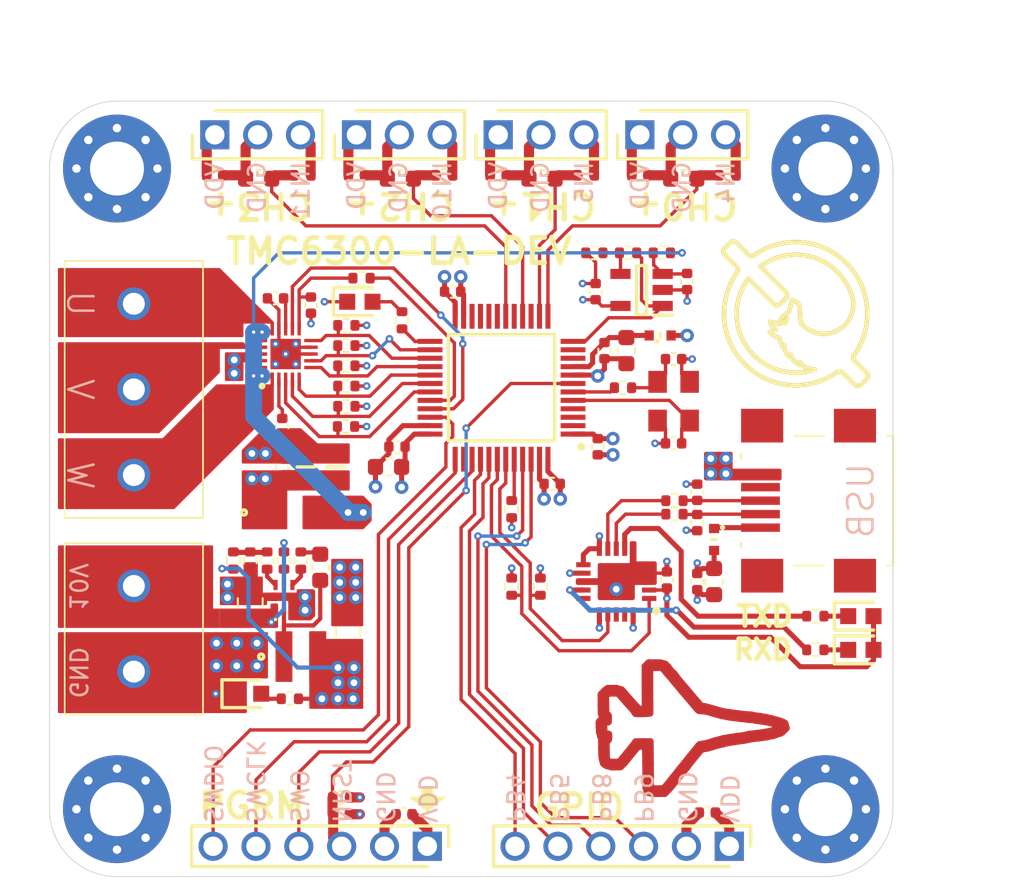
<source format=kicad_pcb>
(kicad_pcb (version 20211014) (generator pcbnew)
  (layers (0 "F.Cu" signal) (1 "In1.Cu" signal) (2 "In2.Cu" signal) (31 "B.Cu" signal) (34 "B.Paste" user) (35 "F.Paste" user) (36 "B.SilkS" user "B.Silkscreen") (37 "F.SilkS" user "F.Silkscreen") (38 "B.Mask" user) (39 "F.Mask" user) (44 "Edge.Cuts" user))
  (net 0 "")
  (net 1 "GND")
  (net 2 "Net-(C101-Pad2)")
  (net 3 "VM")
  (net 4 "BLDC_W")
  (net 5 "BLDC_UH")
  (net 6 "BLDC_VH")
  (net 7 "BLDC_WH")
  (net 8 "BLDC_UL")
  (net 9 "BLDC_WL")
  (net 10 "BLDC_VL")
  (net 11 "BLDC_VIO{slash}STBY")
  (net 12 "BLDC_DIAG")
  (net 13 "BLDC_U")
  (net 14 "BLDC_CURRENT_SENSE")
  (net 15 "BLDC_V")
  (net 17 "BLDC_CURRENT")
  (net 18 "VDD")
  (net 19 "RCC_XIN")
  (net 20 "RCC_XOUT")
  (net 21 "NRST")
  (net 22 "VDDA")
  (net 23 "BLDC_ACTIVE_LED")
  (net 24 "SYS_SWDIO")
  (net 25 "SYS_SWCLK")
  (net 26 "SYS_SWO")
  (net 27 "BOOT0")
  (net 28 "UART1_TXD")
  (net 29 "UART1_RXD")
  (net 30 "Net-(LED101-Pad2)")
  (net 31 "ADC1_IN4")
  (net 32 "ADC1_IN5")
  (net 33 "ADC1_IN10")
  (net 34 "ADC1_IN11")
  (net 35 "Net-(C113-Pad1)")
  (net 36 "Net-(J101-Pad3)")
  (net 37 "Net-(J102-Pad3)")
  (net 38 "Net-(J103-Pad3)")
  (net 39 "Net-(J104-Pad3)")
  (net 40 "Net-(C115-Pad2)")
  (net 41 "SW")
  (net 42 "Net-(C117-Pad1)")
  (net 43 "Net-(C119-Pad2)")
  (net 44 "BST")
  (net 45 "EN")
  (net 46 "Net-(IC102-Pad6)")
  (net 47 "Net-(IC103-Pad4)")
  (net 50 "Net-(R110-Pad2)")
  (net 51 "USB_DN")
  (net 52 "USB_DP")
  (net 53 "3V3OUT")
  (net 54 "Net-(IC104-Pad8)")
  (net 55 "Net-(IC104-Pad9)")
  (net 56 "VBUS")
  (net 70 "Net-(FB101-Pad2)")
  (net 71 "TXD_LED")
  (net 72 "RXD_LED")
  (net 73 "Net-(LED104-Pad2)")
  (net 74 "Net-(LED102-Pad1)")
  (net 76 "Net-(LED103-Pad1)")
  (net 77 "Net-(C125-Pad1)")
  (net 78 "PB4")
  (net 79 "PB5")
  (net 80 "PB8")
  (net 81 "PB9")
  (footprint "Capacitor_SMD:C_0603_1608Metric" (layer "F.Cu") (at 153.8 81.6 180)
    (fp_text reference "C105" hide)
    (fp_text value "1u")
  )
  (footprint "SamacSys_Parts:BEADC1005X55N" (layer "F.Cu") (at 172.4 103 90)
    (fp_text reference "FB101" hide)
    (fp_text value "MMZ1005S121CT000" hide)
  )
  (footprint "Resistor_SMD:R_0402_1005Metric" (layer "F.Cu") (at 170.05 101.5 180)
    (fp_text reference "R126" hide)
    (fp_text value "27")
  )
  (footprint "Capacitor_SMD:C_0402_1005Metric" (layer "F.Cu") (at 142.8 81.4)
    (fp_text reference "C110" hide)
    (fp_text value "100n")
  )
  (footprint "Resistor_SMD:R_0402_1005Metric" (layer "F.Cu") (at 160.4 101.2 -90)
    (fp_text reference "R115" hide)
    (fp_text value "10K")
  )
  (footprint "Resistor_SMD:R_0402_1005Metric" (layer "F.Cu") (at 169.3 86 180)
    (fp_text reference "R109" hide)
    (fp_text value "2.52K")
  )
  (footprint "MountingHole:MountingHole_3.2mm_M3_Pad_Via" (layer "F.Cu") (at 179 119)
    (fp_text reference "H103" hide)
    (fp_text value "MountingHole_Pad")
  )
  (footprint "Capacitor_SMD:C_0402_1005Metric" (layer "F.Cu") (at 151.2 81.4)
    (fp_text reference "C109" hide)
    (fp_text value "100n")
  )
  (footprint "Capacitor_SMD:C_0402_1005Metric" (layer "F.Cu") (at 150.3 119.3)
    (fp_text reference "C120" hide)
    (fp_text value "100n")
  )
  (footprint "Capacitor_SMD:C_0402_1005Metric" (layer "F.Cu") (at 168 81.4)
    (fp_text reference "C107" hide)
    (fp_text value "100n")
  )
  (footprint "Resistor_SMD:R_0402_1005Metric" (layer "F.Cu") (at 147.25 112.45)
    (fp_text reference "R114" hide)
    (fp_text value "650")
  )
  (footprint "Resistor_SMD:R_0402_1005Metric" (layer "F.Cu") (at 147.9 104.25 90)
    (fp_text reference "R107" hide)
    (fp_text value "10")
  )
  (footprint "Capacitor_SMD:C_0402_1005Metric" (layer "F.Cu") (at 156.9 88.3)
    (fp_text reference "C131" hide)
    (fp_text value "100n")
  )
  (footprint "Capacitor_SMD:C_0603_1608Metric" (layer "F.Cu") (at 145.4 81.6 180)
    (fp_text reference "C106" hide)
    (fp_text value "1u")
  )
  (footprint "Capacitor_SMD:C_0603_1608Metric" (layer "F.Cu") (at 149.05 104.65 -90)
    (fp_text reference "C117" hide)
    (fp_text value "1u")
  )
  (footprint "Capacitor_SMD:C_0402_1005Metric" (layer "F.Cu") (at 154.02 119.3 180)
    (fp_text reference "C118" hide)
    (fp_text value "100n")
  )
  (footprint "Capacitor_SMD:C_0402_1005Metric" (layer "F.Cu") (at 165.9 91.8 -90)
    (fp_text reference "C135" hide)
    (fp_text value "10n")
  )
  (footprint "MountingHole:MountingHole_3.2mm_M3_Pad_Via" (layer "F.Cu") (at 179 81)
    (fp_text reference "H104" hide)
    (fp_text value "MountingHole_Pad")
  )
  (footprint "Resistor_SMD:R_0402_1005Metric" (layer "F.Cu") (at 165.3 86 180)
    (fp_text reference "R117" hide)
    (fp_text value "1K")
  )
  (footprint "Resistor_SMD:R_0402_1005Metric" (layer "F.Cu") (at 150.29 118.3 180)
    (fp_text reference "R113" hide)
    (fp_text value "2.2K")
  )
  (footprint "Capacitor_SMD:C_0402_1005Metric" (layer "F.Cu") (at 169.6 105.4 90)
    (fp_text reference "C127" hide)
    (fp_text value "100n")
  )
  (footprint "Resistor_SMD:R_0402_1005Metric" (layer "F.Cu") (at 150.58 96.3)
    (fp_text reference "R120" hide)
    (fp_text value "100K")
  )
  (footprint "SamacSys_Parts:QFN50P400X400X80-21N" (layer "F.Cu") (at 166.6 105.5 180)
    (fp_text reference "IC104" hide)
    (fp_text value "FT231XQ-R" hide)
  )
  (footprint "Capacitor_SMD:C_0402_1005Metric" (layer "F.Cu") (at 146.8 96.3 90)
    (fp_text reference "C101" hide)
    (fp_text value "100n")
  )
  (footprint "SamacSys_Parts:HDRV3W97P0X254_1X3_721X234X821P" (layer "F.Cu") (at 142.8 79)
    (fp_text reference "J104" hide)
    (fp_text value "5-146280-3" hide)
  )
  (footprint "Resistor_SMD:R_0402_1005Metric" (layer "F.Cu") (at 160.4 105.8 90)
    (fp_text reference "R129" hide)
    (fp_text value "2.2K")
  )
  (footprint "SamacSys_Parts:ECS160733BCKLTR" (layer "F.Cu") (at 170 94.8 -90)
    (fp_text reference "Y101" hide)
    (fp_text value "ECS-160-7-33B-CKL-TR" hide)
  )
  (footprint "Resistor_SMD:R_0402_1005Metric" (layer "F.Cu") (at 150.6 95.1)
    (fp_text reference "R121" hide)
    (fp_text value "100K")
  )
  (footprint "Capacitor_SMD:C_0402_1005Metric" (layer "F.Cu") (at 172 119.2 180)
    (fp_text reference "C122" hide)
    (fp_text value "100n")
  )
  (footprint "Capacitor_SMD:C_0402_1005Metric" (layer "F.Cu") (at 146.8 98.7 -90)
    (fp_text reference "C102" hide)
    (fp_text value "100n")
  )
  (footprint "Resistor_SMD:R_0402_1005Metric" (layer "F.Cu") (at 151.5 87.5 180)
    (fp_text reference "R105" hide)
    (fp_text value "1K")
  )
  (footprint "Capacitor_SMD:C_0402_1005Metric" (layer "F.Cu") (at 171.4 105.5 -90)
    (fp_text reference "C126" hide)
    (fp_text value "100n")
  )
  (footprint "SamacSys_Parts:HDRV3W97P0X254_1X3_721X234X821P" (layer "F.Cu") (at 168 79)
    (fp_text reference "J101" hide)
    (fp_text value "5-146280-3" hide)
  )
  (footprint "Capacitor_SMD:C_0603_1608Metric" (layer "F.Cu") (at 162.2 81.6 180)
    (fp_text reference "C104" hide)
    (fp_text value "1u")
  )
  (footprint "SamacSys_Parts:TB00650802BE" (layer "F.Cu") (at 138 105.76 -90)
    (fp_text reference "J107" hide)
    (fp_text value "TB006-508-02BE" hide)
  )
  (footprint "SamacSys_Parts:CAPC2012X135N" (layer "F.Cu") (at 148.2 98.7 -90)
    (fp_text reference "C111" hide)
    (fp_text value "GRM21BR61C106KE15K" hide)
  )
  (footprint "Capacitor_SMD:C_0402_1005Metric" (layer "F.Cu") (at 146.4 88.7)
    (fp_text reference "C115" hide)
    (fp_text value "100n")
  )
  (footprint "SamacSys_Parts:LEDC1608X80N" (layer "F.Cu") (at 181.1 109.55)
    (fp_text reference "LED103" hide)
    (fp_text value "150060AS75000" hide)
  )
  (footprint "Resistor_SMD:R_0402_1005Metric" (layer "F.Cu") (at 167.3 86 180)
    (fp_text reference "R116" hide)
    (fp_text value "10K")
  )
  (footprint "SamacSys_Parts:QFP50P900X900X160-48N" (layer "F.Cu") (at 159.8 94 180)
    (fp_text reference "IC105" hide)
    (fp_text value "STM32F301C8T6TR" hide)
  )
  (footprint "SamacSys_Parts:HDRV6W67P0X254_1X6_1524X241X834P" (layer "F.Cu") (at 155.4 121.2 180)
    (fp_text reference "J106" hide)
    (fp_text value "68001-106HLF" hide)
  )
  (footprint "Resistor_SMD:R_0402_1005Metric" (layer "F.Cu") (at 150.6 92.7)
    (fp_text reference "R123" hide)
    (fp_text value "100K")
  )
  (footprint "Capacitor_SMD:C_0402_1005Metric" (layer "F.Cu") (at 170.8 87.7 90)
    (fp_text reference "C119" hide)
    (fp_text value "100n")
  )
  (footprint "Resistor_SMD:R_0402_1005Metric" (layer "F.Cu") (at 145.9 104.25 90)
    (fp_text reference "R110" hide)
    (fp_text value "47K")
  )
  (footprint "Capacitor_SMD:C_0402_1005Metric" (layer "F.Cu") (at 170 92.3)
    (fp_text reference "C125" hide)
    (fp_text value "10p")
  )
  (footprint "Capacitor_SMD:C_0402_1005Metric" (layer "F.Cu") (at 165.5 97.5 -90)
    (fp_text reference "C133" hide)
    (fp_text value "100n")
  )
  (footprint "SamacSys_Parts:ERJ8_B_BW_R_LW_CW_D" (layer "F.Cu") (at 147.6 101.4)
    (fp_text reference "R108" hide)
    (fp_text value "ERJ-8BSFR15V" hide)
  )
  (footprint "Resistor_SMD:R_0402_1005Metric" (layer "F.Cu") (at 146.9 104.25 -90)
    (fp_text reference "R106" hide)
    (fp_text value "100K")
  )
  (footprint "SamacSys_Parts:TB00650803BE" (layer "F.Cu") (at 138 99.18 90)
    (fp_text reference "J105" hide)
    (fp_text value "TB006-508-03BE" hide)
  )
  (footprint "Capacitor_SMD:C_0402_1005Metric" (layer "F.Cu") (at 165.375 88.3 90)
    (fp_text reference "C121" hide)
    (fp_text value "100n")
  )
  (footprint "SamacSys_Parts:HDRV3W97P0X254_1X3_721X234X821P" (layer "F.Cu") (at 151.2 79)
    (fp_text reference "J103" hide)
    (fp_text value "5-146280-3" hide)
  )
  (footprint "Capacitor_SMD:C_0402_1005Metric" (layer "F.Cu") (at 153.6 97.5 180)
    (fp_text reference "C132" hide)
    (fp_text value "100n")
  )
  (footprint "SamacSys_Parts:QFN40P300X300X90-21N" (layer "F.Cu") (at 147 92 90)
    (fp_text reference "IC101" hide)
    (fp_text value "TMC6300-LA" hide)
  )
  (footprint "Capacitor_SMD:C_0402_1005Metric" (layer "F.Cu") (at 171.4 100.2 90)
    (fp_text reference "C124" hide)
    (fp_text value "47p")
  )
  (footprint "Resistor_SMD:R_0402_1005Metric" (layer "F.Cu") (at 164.8 81.4)
    (fp_text reference "R102" hide)
    (fp_text value "5K")
  )
  (footprint "Capacitor_SMD:C_0402_1005Metric" (layer "F.Cu") (at 170 97.3)
    (fp_text reference "C130" hide)
    (fp_text value "10p")
  )
  (footprint "SamacSys_Parts:SOT95P280X145-5N" (layer "F.Cu") (at 168.1 88.2 180)
    (fp_text reference "IC103" hide)
    (fp_text value "TLV8541DBVR" hide)
  )
  (footprint "MountingHole:MountingHole_3.2mm_M3_Pad_Via" (layer "F.Cu") (at 137 119)
    (fp_text reference "H102" hide)
    (fp_text value "MountingHole_Pad")
  )
  (footprint "SamacSys_Parts:LEDC1608X80N" (layer "F.Cu") (at 181.1 107.55)
    (fp_text reference "LED102" hide)
    (fp_text value "150060AS75000" hide)
  )
  (footprint "SamacSys_Parts:117340351" (layer "F.Cu") (at 178.5 100.7 180)
    (fp_text reference "J109" hide)
    (fp_text value "1-1734035-1" hide)
  )
  (footprint "Capacitor_SMD:C_0402_1005Metric" (layer "F.Cu") (at 159.6 81.4)
    (fp_text reference "C108" hide)
    (fp_text value "100n")
  )
  (footprint "SamacSys_Parts:LEDC1608X80N" (layer "F.Cu") (at 151.4 88.9)
    (fp_text reference "LED104" hide)
    (fp_text value "150060AS75000" hide)
  )
  (footprint "MountingHole:MountingHole_3.2mm_M3_Pad_Via" (layer "F.Cu") (at 137 81)
    (fp_text reference "H101" hide)
    (fp_text value "MountingHole_Pad")
  )
  (footprint "Resistor_SMD:R_0402_1005Metric" (layer "F.Cu") (at 167 94 180)
    (fp_text reference "R128" hide)
    (fp_text value "47")
  )
  (footprint "SamacSys_Parts:MP1479GTFZ" (layer "F.Cu") (at 146.9 106.4)
    (fp_text reference "IC102" hide)
    (fp_text value "MP1479GTF-Z" hide)
  )
  (footprint "Resistor_SMD:R_0402_1005Metric" (layer "F.Cu") (at 144.9 104.25 -90)
    (fp_text reference "R112" hide)
    (fp_text value "13K")
  )
  (footprint "Resistor_SMD:R_0402_1005Metric" (layer "F.Cu") (at 170.05 100.7 180)
    (fp_text reference "R127" hide)
    (fp_text value "27")
  )
  (footprint "Resistor_SMD:R_0402_1005Metric" (layer "F.Cu") (at 153.9 90 -90)
    (fp_text reference "R131" hide)
    (fp_text value "650")
  )
  (footprint "Resistor_SMD:R_0402_1005Metric" (layer "F.Cu") (at 148 81.4)
    (fp_text reference "R104" hide)
    (fp_text value "5K")
  )
  (footprint "Capacitor_SMD:C_0603_1608Metric" (layer "F.Cu") (at 167.2 91.8 -90)
    (fp_text reference "C136" hide)
    (fp_text value "1u")
  )
  (footprint "Resistor_SMD:R_0402_1005Metric" (layer "F.Cu") (at 162.1 105.8 90)
    (fp_text reference "R130" hide)
    (fp_text value "2.2K")
  )
  (footprint "Capacitor_SMD:C_0603_1608Metric" (layer "F.Cu") (at 172.4 105.5 -90)
    (fp_text reference "C128" hide)
    (fp_text value "4.7u")
  )
  (footprint "Resistor_SMD:R_0402_1005Metric" (layer "F.Cu") (at 156.4 81.4)
    (fp_text reference "R103" hide)
    (fp_text value "5K")
  )
  (footprint "Resistor_SMD:R_0402_1005Metric" (layer "F.Cu") (at 178.4 109.55)
    (fp_text reference "R119" hide)
    (fp_text value "650")
  )
  (footprint "SamacSys_Parts:LEDC1608X80N" (layer "F.Cu") (at 144.8 112.15)
    (fp_text reference "LED101" hide)
    (fp_text value "150060AS75000" hide)
  )
  (footprint "SamacSys_Parts:BEADC1005X55N" (layer "F.Cu") (at 169.2 90.9 180)
    (fp_text reference "FB102" hide)
    (fp_text value "MMZ1005A102ETD25" hide)
  )
  (footprint "Resistor_SMD:R_0402_1005Metric" (layer "F.Cu") (at 173.2 81.4)
    (fp_text reference "R101" hide)
    (fp_text value "5K")
  )
  (footprint "Resistor_SMD:R_0402_1005Metric" (layer "F.Cu") (at 178.4 107.55)
    (fp_text reference "R118" hide)
    (fp_text value "650")
  )
  (footprint "Resistor_SMD:R_0402_1005Metric" (layer "F.Cu") (at 143.9 104.25 90)
    (fp_text reference "R111" hide)
    (fp_text value "40.2K")
  )
  (footprint "SamacSys_Parts:HDRV3W97P0X254_1X3_721X234X821P" (layer "F.Cu") (at 159.6 79)
    (fp_text reference "J102" hide)
    (fp_text value "5-146280-3" hide)
  )
  (footprint "Capacitor_SMD:C_0402_1005Metric" (layer "F.Cu") (at 171.4 102 90)
    (fp_text reference "C123" hide)
    (fp_text value "47p")
  )
  (footprint "Capacitor_SMD:C_0603_1608Metric" (layer "F.Cu") (at 153.1 98.7 180)
    (fp_text reference "C134" hide)
    (fp_text value "2.2u")
  )
  (footprint "Resistor_SMD:R_0402_1005Metric" (layer "F.Cu") (at 150.6 93.9)
    (fp_text reference "R122" hide)
    (fp_text value "100K")
  )
  (footprint "Capacitor_SMD:C_0805_2012Metric" (layer "F.Cu") (at 144.9 106.75 90)
    (fp_text reference "C114" hide)
    (fp_text value "22u")
  )
  (footprint "Capacitor_SMD:C_0402_1005Metric" (layer "F.Cu") (at 162.8 99.7 180)
    (fp_text reference "C129" hide)
    (fp_text value "100n")
  )
  (footprint "SamacSys_Parts:VLS3015" (layer "F.Cu") (at 147.9 109.95)
    (fp_text reference "L101" hide)
    (fp_text value "VLS3015CX-4R7M-1" hide)
  )
  (footprint "Capacitor_SMD:C_0805_2012Metric" (layer "F.Cu") (at 150.7 108.5 90)
    (fp_text reference "C116" hide)
    (fp_text value "22u")
  )
  (footprint "Capacitor_SMD:C_0603_1608Metric" (layer "F.Cu") (at 170.6 81.6 180)
    (fp_text reference "C103" hide)
    (fp_text value "1u")
  )
  (footprint "SamacSys_Parts:HDRV6W67P0X254_1X6_1524X241X834P" (layer "F.Cu") (at 173.3 121.2 180)
    (fp_text reference "J108" hide)
    (fp_text value "68001-106HLF" hide)
  )
  (footprint "Resistor_SMD:R_0402_1005Metric" (layer "F.Cu") (at 150.6 91.5)
    (fp_text reference "R124" hide)
    (fp_text value "100K")
  )
  (footprint "SamacSys_Parts:CAPC2012X135N" (layer "F.Cu") (at 149.95 98.7 -90)
    (fp_text reference "C112" hide)
    (fp_text value "GRM21BR61C106KE15K" hide)
  )
  (footprint "Resistor_SMD:R_0402_1005Metric" (layer "F.Cu") (at 150.6 90.3)
    (fp_text reference "R125" hide)
    (fp_text value "100K")
  )
  (footprint "Capacitor_SMD:C_0402_1005Metric" (layer "F.Cu") (at 148.5 89.1 -90)
    (fp_text reference "C113" hide)
    (fp_text value "100n")
  )
  (gr_line (start 168.302379 110.524954) (end 168.302139 110.993134) (layer "F.Cu") (width 0.4))
  (gr_line (start 170.038816 117.0139) (end 169.947497 117.121721) (layer "F.Cu") (width 0.4))
  (gr_line (start 169.688994 117.860026) (end 169.889395 117.633286) (layer "F.Cu") (width 0.4))
  (gr_line (start 165.714339 112.163674) (end 165.691179 112.216895) (layer "F.Cu") (width 0.4))
  (gr_line (start 169.530437 110.8621) (end 169.642576 110.99614) (layer "F.Cu") (width 0.4))
  (gr_line (start 166.564697 112.117599) (end 166.693098 112.11736) (layer "F.Cu") (width 0.4))
  (gr_line (start 173.470403 115.022538) (end 173.660303 114.993138) (layer "F.Cu") (width 0.4))
  (gr_line (start 170.634289 111.707888) (end 170.248849 111.248649) (layer "F.Cu") (width 0.4))
  (gr_arc (start 176.280605 91.044696) (mid 175.961806 90.933138) (end 175.711062 90.706852) (layer "F.Cu") (width 0.25))
  (gr_line (start 172.589902 115.211478) (end 172.690463 115.185678) (layer "F.Cu") (width 0.4))
  (gr_line (start 166.013837 115.49704) (end 166.011497 115.04704) (layer "F.Cu") (width 0.4))
  (gr_arc (start 179.699305 93.075437) (mid 174.231797 92.616603) (end 173.772963 87.149095) (layer "F.Cu") (width 0.25))
  (gr_line (start 176.479788 113.833328) (end 176.363029 113.787428) (layer "F.Cu") (width 0.4))
  (gr_line (start 174.638843 114.829578) (end 174.715043 114.820218) (layer "F.Cu") (width 0.4))
  (gr_line (start 170.610617 116.295101) (end 170.526317 116.41348) (layer "F.Cu") (width 0.4))
  (gr_line (start 166.097417 113.4079) (end 166.052177 113.4007) (layer "F.Cu") (width 0.4))
  (gr_line (start 166.358651 111.828062) (end 166.230251 111.828302) (layer "F.Cu") (width 0.4))
  (gr_line (start 167.593549 112.674248) (end 167.373889 112.432508) (layer "F.Cu") (width 0.4))
  (gr_arc (start 179.699305 93.075437) (mid 179.865053 93.03008) (end 180.020923 93.102427) (layer "F.Cu") (width 0.25))
  (gr_line (start 167.701037 113.27248) (end 167.716337 113.30536) (layer "F.Cu") (width 0.4))
  (gr_line (start 165.595479 114.382894) (end 165.601539 114.447634) (layer "F.Cu") (width 0.4))
  (gr_arc (start 175.711062 90.706852) (mid 175.880693 90.625209) (end 176.059476 90.566243) (layer "F.Cu") (width 0.25))
  (gr_line (start 174.445331 113.398082) (end 174.314171 113.386503) (layer "F.Cu") (width 0.4))
  (gr_line (start 169.947497 117.121721) (end 169.872017 117.2143) (layer "F.Cu") (width 0.4))
  (gr_line (start 166.022537 113.398) (end 165.992897 113.39524) (layer "F.Cu") (width 0.4))
  (gr_line (start 166.004117 112.24132) (end 166.082777 112.18096) (layer "F.Cu") (width 0.4))
  (gr_line (start 168.186317 114.985361) (end 167.751977 114.99412) (layer "F.Cu") (width 0.4))
  (gr_line (start 171.549769 112.785188) (end 171.432649 112.646228) (layer "F.Cu") (width 0.4))
  (gr_line (start 169.321283 118.069398) (end 169.476862 118.072158) (layer "F.Cu") (width 0.4))
  (gr_line (start 176.273537 114.19834) (end 175.847236 114.34462) (layer "F.Cu") (width 0.4))
  (gr_arc (start 181.458772 93.126063) (mid 181.531995 93.30284) (end 181.458772 93.479617) (layer "F.Cu") (width 0.25))
  (gr_line (start 168.593957 112.192961) (end 168.591617 111.539021) (layer "F.Cu") (width 0.4))
  (gr_line (start 174.546612 113.401862) (end 174.445331 113.398082) (layer "F.Cu") (width 0.4))
  (gr_line (start 168.621257 115.38052) (end 168.614777 114.99094) (layer "F.Cu") (width 0.4))
  (gr_line (start 172.148657 115.03738) (end 171.916876 115.09996) (layer "F.Cu") (width 0.4))
  (gr_line (start 167.848315 115.334566) (end 167.887795 115.282725) (layer "F.Cu") (width 0.4))
  (gr_line (start 169.599617 117.55564) (end 169.399216 117.78238) (layer "F.Cu") (width 0.4))
  (gr_line (start 166.053492 111.859862) (end 166.005131 111.891183) (layer "F.Cu") (width 0.4))
  (gr_line (start 176.471843 114.408858) (end 176.683975 114.196726) (layer "F.Cu") (width 0.4))
  (gr_line (start 169.742569 110.649968) (end 169.670329 110.543408) (layer "F.Cu") (width 0.4))
  (gr_line (start 170.583535 116.773306) (end 170.615575 116.732326) (layer "F.Cu") (width 0.4))
  (gr_line (start 165.939317 113.85328) (end 166.035257 113.84158) (layer "F.Cu") (width 0.4))
  (gr_line (start 170.816095 116.491126) (end 170.900394 116.372746) (layer "F.Cu") (width 0.4))
  (gr_line (start 169.889395 117.633286) (end 170.088235 117.394066) (layer "F.Cu") (width 0.4))
  (gr_line (start 168.596057 113.30842) (end 168.602716 113.12722) (layer "F.Cu") (width 0.4))
  (gr_line (start 171.633595 115.470466) (end 171.65 115.45) (layer "F.Cu") (width 0.4))
  (gr_line (start 172.880237 114.838121) (end 172.848317 114.84304) (layer "F.Cu") (width 0.4))
  (gr_line (start 166.868477 112.30342) (end 166.935617 112.38106) (layer "F.Cu") (width 0.4))
  (gr_line (start 172.439089 113.067188) (end 172.161289 112.988768) (layer "F.Cu") (width 0.4))
  (gr_line (start 165.582219 114.122374) (end 165.59332 114.287074) (layer "F.Cu") (width 0.4))
  (gr_arc (start 176.466004 91.582739) (mid 176.357343 91.319217) (end 176.280605 91.044696) (layer "F.Cu") (width 0.25))
  (gr_line (start 170.161795 117.291946) (end 170.237274 117.199366) (layer "F.Cu") (width 0.4))
  (gr_arc (start 181.105219 93.83317) (mid 180.928442 93.906393) (end 180.751665 93.83317) (layer "F.Cu") (width 0.25))
  (gr_arc (start 176.882496 92.187043) (mid 176.811284 92.108179) (end 176.743623 92.026249) (layer "F.Cu") (width 0.25))
  (gr_line (start 171.949157 113.2009) (end 172.226957 113.27932) (layer "F.Cu") (width 0.4))
  (gr_line (start 166.774283 116.492837) (end 166.859123 116.489838) (layer "F.Cu") (width 0.4))
  (gr_line (start 169.510429 110.390949) (end 169.220651 110.313303) (layer "F.Cu") (width 0.4))
  (gr_line (start 165.691179 112.216895) (end 165.690159 112.407034) (layer "F.Cu") (width 0.4))
  (gr_line (start 166.373357 116.209421) (end 166.240517 116.21176) (layer "F.Cu") (width 0.4))
  (gr_line (start 169.044683 118.074978) (end 169.165282 118.074798) (layer "F.Cu") (width 0.4))
  (gr_line (start 170.900394 116.372746) (end 171.065454 116.165326) (layer "F.Cu") (width 0.4))
  (gr_line (start 171.220517 112.85836) (end 171.337637 112.99732) (layer "F.Cu") (width 0.4))
  (gr_line (start 176.606329 113.906948) (end 176.545549 113.866328) (layer "F.Cu") (width 0.4))
  (gr_line (start 167.522994 115.726966) (end 167.712955 115.496445) (layer "F.Cu") (width 0.4))
  (gr_line (start 172.299683 115.301058) (end 172.369763 115.278018) (layer "F.Cu") (width 0.4))
  (gr_line (start 169.220651 110.313303) (end 168.938771 110.309462) (layer "F.Cu") (width 0.4))
  (gr_line (start 166.859123 116.489838) (end 167.071255 116.277706) (layer "F.Cu") (width 0.4))
  (gr_line (start 168.600197 112.751801) (end 168.593957 112.192961) (layer "F.Cu") (width 0.4))
  (gr_line (start 176.267656 114.04546) (end 176.333417 114.07846) (layer "F.Cu") (width 0.4))
  (gr_line (start 175.185857 113.77666) (end 175.561157 113.839781) (layer "F.Cu") (width 0.4))
  (gr_arc (start 176.668648 88.335939) (mid 176.741871 88.512715) (end 176.668648 88.689492) (layer "F.Cu") (width 0.25))
  (gr_line (start 167.736737 115.0162) (end 167.702837 115.06744) (layer "F.Cu") (width 0.4))
  (gr_line (start 175.561157 113.839781) (end 175.898897 113.92012) (layer "F.Cu") (width 0.4))
  (gr_arc (start 173.368783 85.389628) (mid 173.54556 85.316405) (end 173.722337 85.389628) (layer "F.Cu") (width 0.25))
  (gr_line (start 172.300277 113.30212) (end 172.356497 113.317) (layer "F.Cu") (width 0.4))
  (gr_line (start 171.432649 112.646228) (end 171.320149 112.514288) (layer "F.Cu") (width 0.4))
  (gr_line (start 172.356497 113.317) (end 172.463657 113.35276) (layer "F.Cu") (width 0.4))
  (gr_line (start 169.642576 110.99614) (end 169.755317 111.117881) (layer "F.Cu") (width 0.4))
  (gr_line (start 171.994522 115.389738) (end 172.226303 115.327158) (layer "F.Cu") (width 0.4))
  (gr_line (start 170.804869 111.905588) (end 170.744209 111.834909) (layer "F.Cu") (width 0.4))
  (gr_line (start 169.298297 110.603081) (end 169.373057 110.6767) (layer "F.Cu") (width 0.4))
  (gr_line (start 167.716337 113.30536) (end 167.737337 113.31904) (layer "F.Cu") (width 0.4))
  (gr_arc (start 178.360287 92.926249) (mid 174.404238 91.66699) (end 174.433958 87.515463) (layer "F.Cu") (width 0.25))
  (gr_line (start 166.786157 112.21444) (end 166.868477 112.30342) (layer "F.Cu") (width 0.4))
  (gr_line (start 165.751659 115.984595) (end 165.829305 116.274373) (layer "F.Cu") (width 0.4))
  (gr_line (start 172.612817 114.8959) (end 172.512257 114.921701) (layer "F.Cu") (width 0.4))
  (gr_line (start 168.640577 117.78382) (end 168.331032 115.276011) (layer "F.Cu") (width 0.4))
  (gr_line (start 169.585189 110.464568) (end 169.510429 110.390949) (layer "F.Cu") (width 0.4))
  (gr_line (start 174.715043 114.820218) (end 174.897022 114.798078) (layer "F.Cu") (width 0.4))
  (gr_line (start 166.739657 112.1659) (end 166.786157 112.21444) (layer "F.Cu") (width 0.4))
  (gr_line (start 174.314171 113.386503) (end 173.853432 113.333042) (layer "F.Cu") (width 0.4))
  (gr_line (start 166.696637 116.20306) (end 166.506197 116.20702) (layer "F.Cu") (width 0.4))
  (gr_line (start 172.463657 113.35276) (end 172.854017 113.4598) (layer "F.Cu") (width 0.4))
  (gr_line (start 173.931077 113.62282) (end 174.391817 113.67628) (layer "F.Cu") (width 0.4))
  (gr_line (start 165.885257 114.46054) (end 165.883097 114.36472) (layer "F.Cu") (width 0.4))
  (gr_line (start 175.083083 114.777138) (end 175.254383 114.756798) (layer "F.Cu") (width 0.4))
  (gr_line (start 166.487052 111.827822) (end 166.358651 111.828062) (layer "F.Cu") (width 0.4))
  (gr_line (start 170.325797 116.65468) (end 170.293757 116.69566) (layer "F.Cu") (width 0.4))
  (gr_line (start 169.811477 111.16852) (end 169.831097 111.18472) (layer "F.Cu") (width 0.4))
  (gr_line (start 168.718223 118.073598) (end 168.828683 118.075458) (layer "F.Cu") (width 0.4))
  (gr_line (start 175.437017 114.42874) (end 175.176737 114.46702) (layer "F.Cu") (width 0.4))
  (gr_line (start 166.131137 112.14964) (end 166.179557 112.118321) (layer "F.Cu") (width 0.4))
  (gr_line (start 174.637397 114.53044) (end 174.561197 114.5398) (layer "F.Cu") (width 0.4))
  (gr_line (start 173.309657 114.74572) (end 173.181077 114.7669) (layer "F.Cu") (width 0.4))
  (gr_line (start 172.292117 114.98824) (end 172.222037 115.01128) (layer "F.Cu") (width 0.4))
  (gr_line (start 173.387303 115.035498) (end 173.470403 115.022538) (layer "F.Cu") (width 0.4))
  (gr_line (start 165.988697 113.1328) (end 165.984437 112.870361) (layer "F.Cu") (width 0.4))
  (gr_line (start 170.854249 111.965649) (end 170.804869 111.905588) (layer "F.Cu") (width 0.4))
  (gr_line (start 170.150477 116.87506) (end 170.038816 117.0139) (layer "F.Cu") (width 0.4))
  (gr_line (start 176.051297 113.96758) (end 176.150897 113.99956) (layer "F.Cu") (width 0.4))
  (gr_line (start 168.31287 113.039238) (end 168.302832 113.039942) (layer "F.Cu") (width 0.4))
  (gr_line (start 174.403817 114.56434) (end 174.315617 114.5887) (layer "F.Cu") (width 0.4))
  (gr_line (start 168.026477 113.34808) (end 168.380477 113.32972) (layer "F.Cu") (width 0.4))
  (gr_line (start 166.041437 116.062241) (end 166.024756 115.8985) (layer "F.Cu") (width 0.4))
  (gr_line (start 171.320149 112.514288) (end 171.013549 112.156029) (layer "F.Cu") (width 0.4))
  (gr_line (start 173.368783 85.389628) (end 173.01523 85.743181) (layer "F.Cu") (width 0.25))
  (gr_line (start 168.331032 115.276011) (end 168.331479 115.302874) (layer "F.Cu") (width 0.4))
  (gr_line (start 165.938625 116.370252) (end 166.028385 116.423892) (layer "F.Cu") (width 0.4))
  (gr_line (start 169.872017 117.2143) (end 169.798457 117.31642) (layer "F.Cu") (width 0.4))
  (gr_line (start 165.679185 114.737412) (end 165.852249 114.783784) (layer "F.Cu") (width 0.4))
  (gr_line (start 170.668435 116.659786) (end 170.692973 116.628948) (layer "F.Cu") (width 0.4))
  (gr_line (start 166.035257 113.84158) (end 166.087217 113.8387) (layer "F.Cu") (width 0.4))
  (gr_line (start 166.935617 112.38106) (end 167.161757 112.64464) (layer "F.Cu") (width 0.4))
  (gr_line (start 170.328594 117.091546) (end 170.440255 116.952706) (layer "F.Cu") (width 0.4))
  (gr_line (start 172.795491 113.173451) (end 172.675789 113.140628) (layer "F.Cu") (width 0.4))
  (gr_line (start 165.926471 111.951542) (end 165.714339 112.163674) (layer "F.Cu") (width 0.4))
  (gr_line (start 166.052177 113.4007) (end 166.022537 113.398) (layer "F.Cu") (width 0.4))
  (gr_line (start 168.614777 114.99094) (end 168.186317 114.985361) (layer "F.Cu") (width 0.4))
  (gr_line (start 166.122917 113.41762) (end 166.097417 113.4079) (layer "F.Cu") (width 0.4))
  (gr_line (start 170.534395 116.833666) (end 170.583535 116.773306) (layer "F.Cu") (width 0.4))
  (gr_arc (start 177.027243 88.816564) (mid 177.352657 88.988621) (end 177.484732 89.332212) (layer "F.Cu") (width 0.25))
  (gr_line (start 168.301839 111.461375) (end 168.304179 112.115315) (layer "F.Cu") (width 0.4))
  (gr_line (start 165.992897 113.39524) (end 165.988697 113.1328) (layer "F.Cu") (width 0.4))
  (gr_line (start 170.248849 111.248649) (end 170.158969 111.132608) (layer "F.Cu") (width 0.4))
  (gr_line (start 168.380477 113.32972) (end 168.524057 113.31964) (layer "F.Cu") (width 0.4))
  (gr_line (start 167.814349 112.917008) (end 167.593549 112.674248) (layer "F.Cu") (width 0.4))
  (gr_arc (start 180.728029 92.395321) (mid 180.655682 92.239451) (end 180.701039 92.073703) (layer "F.Cu") (width 0.25))
  (gr_line (start 169.884977 111.270461) (end 169.915457 111.30598) (layer "F.Cu") (width 0.4))
  (gr_line (start 165.829305 116.274373) (end 165.869505 116.319972) (layer "F.Cu") (width 0.4))
  (gr_line (start 168.331032 115.276011) (end 168.428445 117.995952) (layer "F.Cu") (width 0.4))
  (gr_line (start 173.181077 114.7669) (end 173.052798 114.7882) (layer "F.Cu") (width 0.4))
  (gr_line (start 165.597279 113.788534) (end 165.582099 113.822074) (layer "F.Cu") (width 0.4))
  (gr_line (start 170.499557 116.45494) (end 170.472977 116.47768) (layer "F.Cu") (width 0.4))
  (gr_line (start 169.855757 111.223541) (end 169.884977 111.270461) (layer "F.Cu") (width 0.4))
  (gr_line (start 172.970237 114.80158) (end 172.929917 114.812021) (layer "F.Cu") (width 0.4))
  (gr_line (start 167.147749 112.168928) (end 167.080609 112.091288) (layer "F.Cu") (width 0.4))
  (gr_line (start 174.484997 114.54898) (end 174.403817 114.56434) (layer "F.Cu") (width 0.4))
  (gr_line (start 170.244617 116.75602) (end 170.150477 116.87506) (layer "F.Cu") (width 0.4))
  (gr_line (start 166.781477 116.20006) (end 166.696637 116.20306) (layer "F.Cu") (width 0.4))
  (gr_line (start 172.270457 113.29546) (end 172.300277 113.30212) (layer "F.Cu") (width 0.4))
  (gr_line (start 173.299637 113.53972) (end 173.434577 113.5576) (layer "F.Cu") (width 0.4))
  (gr_line (start 171.013549 112.156029) (end 170.854249 111.965649) (layer "F.Cu") (width 0.4))
  (gr_line (start 166.951789 111.953768) (end 166.90523 111.905228) (layer "F.Cu") (width 0.4))
  (gr_line (start 175.176737 114.46702) (end 175.005437 114.48736) (layer "F.Cu") (width 0.4))
  (gr_line (start 170.801417 112.368161) (end 171.108017 112.72642) (layer "F.Cu") (width 0.4))
  (gr_line (start 171.916876 115.09996) (end 171.674057 115.1392) (layer "F.Cu") (width 0.4))
  (gr_line (start 170.293757 116.69566) (end 170.244617 116.75602) (layer "F.Cu") (width 0.4))
  (gr_line (start 176.363029 113.787428) (end 176.263429 113.755448) (layer "F.Cu") (width 0.4))
  (gr_line (start 169.946837 111.34474) (end 170.036717 111.460781) (layer "F.Cu") (width 0.4))
  (gr_arc (start 180.562215 88.519175) (mid 179.780728 90.571274) (end 177.611366 90.231122) (layer "F.Cu") (width 0.25))
  (gr_line (start 171.258535 115.930006) (end 171.410034 115.744726) (layer "F.Cu") (width 0.4))
  (gr_line (start 175.108211 113.486882) (end 174.796451 113.447402) (layer "F.Cu") (width 0.4))
  (gr_line (start 173.915903 114.953897) (end 174.181342 114.923298) (layer "F.Cu") (width 0.4))
  (gr_line (start 167.702837 115.06744) (end 167.558537 115.25692) (layer "F.Cu") (width 0.4))
  (gr_line (start 166.005131 111.891183) (end 165.926471 111.951542) (layer "F.Cu") (width 0.4))
  (gr_line (start 171.065454 116.165326) (end 171.258535 115.930006) (layer "F.Cu") (width 0.4))
  (gr_line (start 170.472977 116.47768) (end 170.434277 116.51224) (layer "F.Cu") (width 0.4))
  (gr_line (start 168.592157 110.6026) (end 168.672437 110.60266) (layer "F.Cu") (width 0.4))
  (gr_line (start 172.56863 113.104868) (end 172.467899 113.077877) (layer "F.Cu") (width 0.4))
  (gr_arc (start 176.059476 90.566243) (mid 175.847081 90.358958) (end 175.721177 90.090208) (layer "F.Cu") (width 0.25))
  (gr_line (start 170.968757 115.852361) (end 170.775677 116.087681) (layer "F.Cu") (width 0.4))
  (gr_line (start 166.110557 114.91426) (end 166.145717 114.88156) (layer "F.Cu") (width 0.4))
  (gr_line (start 166.240517 116.21176) (end 166.150757 116.15812) (layer "F.Cu") (width 0.4))
  (gr_line (start 167.751977 114.99412) (end 167.736737 115.0162) (layer "F.Cu") (width 0.4))
  (gr_line (start 166.087217 113.8387) (end 166.131437 113.830481) (layer "F.Cu") (width 0.4))
  (gr_line (start 168.33892 116.221055) (end 168.344859 116.963614) (layer "F.Cu") (width 0.4))
  (gr_line (start 174.874097 113.73718) (end 175.185857 113.77666) (layer "F.Cu") (width 0.4))
  (gr_line (start 170.158969 111.132608) (end 170.149729 111.116528) (layer "F.Cu") (width 0.4))
  (gr_line (start 174.690017 113.69542) (end 174.735797 113.70682) (layer "F.Cu") (width 0.4))
  (gr_line (start 165.694659 112.792715) (end 165.698919 113.055154) (layer "F.Cu") (width 0.4))
  (gr_line (start 171.424757 115.291841) (end 171.343817 115.39282) (layer "F.Cu") (width 0.4))
  (gr_line (start 165.887057 113.86618) (end 165.939317 113.85328) (layer "F.Cu") (width 0.4))
  (gr_line (start 170.067889 111.011409) (end 170.043229 110.972588) (layer "F.Cu") (width 0.4))
  (gr_line (start 176.111029 113.707988) (end 175.821251 113.630342) (layer "F.Cu") (width 0.4))
  (gr_line (start 172.512257 114.921701) (end 172.432997 114.94264) (layer "F.Cu") (width 0.4))
  (gr_line (start 173.660303 114.993138) (end 173.800643 114.968058) (layer "F.Cu") (width 0.4))
  (gr_line (start 165.891317 114.52528) (end 165.885257 114.46054) (layer "F.Cu") (width 0.4))
  (gr_line (start 171.65 115.45) (end 171.751703 115.428978) (layer "F.Cu") (width 0.4))
  (gr_line (start 175.847236 114.34462) (end 175.437017 114.42874) (layer "F.Cu") (width 0.4))
  (gr_arc (start 177.280884 92.526249) (mid 177.068423 92.313832) (end 176.949297 92.038025) (layer "F.Cu") (width 0.25))
  (gr_line (start 169.399216 117.78238) (end 169.243637 117.77962) (layer "F.Cu") (width 0.4))
  (gr_line (start 168.924082 118.075098) (end 169.044683 118.074978) (layer "F.Cu") (width 0.4))
  (gr_line (start 167.755097 113.32456) (end 167.762417 113.337701) (layer "F.Cu") (width 0.4))
  (gr_line (start 170.526317 116.41348) (end 170.499557 116.45494) (layer "F.Cu") (width 0.4))
  (gr_arc (start 175.141065 86.808356) (mid 178.290332 86.273662) (end 180.562215 88.519175) (layer "F.Cu") (width 0.25))
  (gr_line (start 171.751703 115.428978) (end 171.994522 115.389738) (layer "F.Cu") (width 0.4))
  (gr_line (start 170.775677 116.087681) (end 170.610617 116.295101) (layer "F.Cu") (width 0.4))
  (gr_line (start 168.591917 111.07078) (end 168.592157 110.6026) (layer "F.Cu") (width 0.4))
  (gr_line (start 168.846437 117.78532) (end 168.751037 117.78568) (layer "F.Cu") (width 0.4))
  (gr_line (start 174.181342 114.923298) (end 174.393263 114.878478) (layer "F.Cu") (width 0.4))
  (gr_line (start 181.105219 93.83317) (end 181.458772 93.479617) (layer "F.Cu") (width 0.25))
  (gr_line (start 169.373057 110.6767) (end 169.458197 110.75554) (layer "F.Cu") (width 0.4))
  (gr_line (start 166.138157 113.53918) (end 166.132157 113.45806) (layer "F.Cu") (width 0.4))
  (gr_line (start 166.069097 114.9454) (end 166.081277 114.93124) (layer "F.Cu") (width 0.4))
  (gr_arc (start 178.360287 92.926249) (mid 178.151944 92.893222) (end 177.947293 92.842077) (layer "F.Cu") (width 0.25))
  (gr_line (start 166.081277 114.93124) (end 166.110557 114.91426) (layer "F.Cu") (width 0.4))
  (gr_line (start 169.458197 110.75554) (end 169.530437 110.8621) (layer "F.Cu") (width 0.4))
  (gr_line (start 171.410034 115.744726) (end 171.526015 115.602466) (layer "F.Cu") (width 0.4))
  (gr_line (start 166.139537 113.67982) (end 166.138157 113.53918) (layer "F.Cu") (width 0.4))
  (gr_line (start 170.692973 116.628948) (end 170.789335 116.532586) (layer "F.Cu") (width 0.4))
  (gr_line (start 171.108017 112.72642) (end 171.220517 112.85836) (layer "F.Cu") (width 0.4))
  (gr_line (start 176.265577 90.213608) (end 175.721177 90.090208) (layer "F.Cu") (width 0.25))
  (gr_arc (start 177.46489 92.639444) (mid 177.371616 92.584912) (end 177.280884 92.526249) (layer "F.Cu") (width 0.25))
  (gr_line (start 175.254383 114.756798) (end 175.514663 114.718518) (layer "F.Cu") (width 0.4))
  (gr_line (start 169.967449 110.905748) (end 169.854708 110.784008) (layer "F.Cu") (width 0.4))
  (gr_line (start 176.732466 89.879669) (end 176.625 90.2) (layer "F.Cu") (width 0.25))
  (gr_line (start 170.592737 112.11772) (end 170.642117 112.177781) (layer "F.Cu") (width 0.4))
  (gr_line (start 168.967037 117.7852) (end 168.846437 117.78532) (layer "F.Cu") (width 0.4))
  (gr_line (start 165.883097 114.36472) (end 165.871997 114.20002) (layer "F.Cu") (width 0.4))
  (gr_line (start 173.356931 113.267822) (end 173.221992 113.249943) (layer "F.Cu") (width 0.4))
  (gr_arc (start 176.743623 92.026249) (mid 176.605068 91.759672) (end 176.574615 91.460785) (layer "F.Cu") (width 0.25))
  (gr_arc (start 176.315094 89.043046) (mid 176.138317 89.116269) (end 175.961541 89.043046) (layer "F.Cu") (width 0.25))
  (gr_line (start 168.628697 116.2987) (end 168.621257 115.38052) (layer "F.Cu") (width 0.4))
  (gr_line (start 168.751037 117.78568) (end 168.640577 117.78382) (layer "F.Cu") (width 0.4))
  (gr_line (start 176.263429 113.755448) (end 176.183749 113.731028) (layer "F.Cu") (width 0.4))
  (gr_line (start 170.434277 116.51224) (end 170.378657 116.58214) (layer "F.Cu") (width 0.4))
  (gr_line (start 165.724059 115.419394) (end 165.734979 115.820855) (layer "F.Cu") (width 0.4))
  (gr_line (start 181.458772 93.126063) (end 180.728029 92.395321) (layer "F.Cu") (width 0.25))
  (gr_line (start 166.230251 111.828302) (end 166.101911 111.828543) (layer "F.Cu") (width 0.4))
  (gr_line (start 172.347377 114.97048) (end 172.292117 114.98824) (layer "F.Cu") (width 0.4))
  (gr_line (start 176.337197 114.164801) (end 176.273537 114.19834) (layer "F.Cu") (width 0.4))
  (gr_arc (start 173.745973 86.827477) (mid 173.818316 86.983346) (end 173.772963 87.149095) (layer "F.Cu") (width 0.25))
  (gr_line (start 173.221992 113.249943) (end 172.795491 113.173451) (layer "F.Cu") (width 0.4))
  (gr_line (start 176.333417 114.07846) (end 176.394197 114.11908) (layer "F.Cu") (width 0.4))
  (gr_line (start 165.984437 112.870361) (end 165.979937 112.48468) (layer "F.Cu") (width 0.4))
  (gr_line (start 169.755317 111.117881) (end 169.811477 111.16852) (layer "F.Cu") (width 0.4))
  (gr_arc (start 176.882496 92.187043) (mid 176.899994 92.105405) (end 176.949297 92.038025) (layer "F.Cu") (width 0.25))
  (gr_arc (start 173.01523 86.096735) (mid 172.942007 85.919958) (end 173.01523 85.743181) (layer "F.Cu") (width 0.25))
  (gr_line (start 174.819377 114.508301) (end 174.637397 114.53044) (layer "F.Cu") (width 0.4))
  (gr_line (start 166.059797 114.9565) (end 166.069097 114.9454) (layer "F.Cu") (width 0.4))
  (gr_line (start 166.693098 112.11736) (end 166.739657 112.1659) (layer "F.Cu") (width 0.4))
  (gr_line (start 171.337637 112.99732) (end 171.433218 113.1022) (layer "F.Cu") (width 0.4))
  (gr_line (start 165.979937 112.48468) (end 165.980957 112.294541) (layer "F.Cu") (width 0.4))
  (gr_line (start 173.838257 114.66412) (end 173.774297 114.67018) (layer "F.Cu") (width 0.4))
  (gr_line (start 167.284134 116.021386) (end 167.522994 115.726966) (layer "F.Cu") (width 0.4))
  (gr_line (start 170.642117 112.177781) (end 170.801417 112.368161) (layer "F.Cu") (width 0.4))
  (gr_line (start 175.005437 114.48736) (end 174.819377 114.508301) (layer "F.Cu") (width 0.4))
  (gr_line (start 168.672437 110.60266) (end 168.872297 110.60116) (layer "F.Cu") (width 0.4))
  (gr_line (start 171.494057 113.1523) (end 171.551837 113.16058) (layer "F.Cu") (width 0.4))
  (gr_line (start 166.998289 112.002308) (end 166.951789 111.953768) (layer "F.Cu") (width 0.4))
  (gr_line (start 166.145717 114.88156) (end 166.157117 114.79726) (layer "F.Cu") (width 0.4))
  (gr_line (start 173.604437 113.58082) (end 173.931077 113.62282) (layer "F.Cu") (width 0.4))
  (gr_arc (start 176.265577 90.213608) (mid 176.459525 89.802982) (end 176.825892 89.534645) (layer "F.Cu") (width 0.25))
  (gr_line (start 174.624257 113.69164) (end 174.690017 113.69542) (layer "F.Cu") (width 0.4))
  (gr_line (start 172.432997 114.94264) (end 172.385237 114.95728) (layer "F.Cu") (width 0.4))
  (gr_line (start 174.658151 113.417042) (end 174.612371 113.405642) (layer "F.Cu") (width 0.4))
  (gr_line (start 167.762417 113.337701) (end 168.026477 113.34808) (layer "F.Cu") (width 0.4))
  (gr_line (start 165.780274 113.605539) (end 165.597279 113.788534) (layer "F.Cu") (width 0.4))
  (gr_line (start 165.690159 112.407034) (end 165.694659 112.792715) (layer "F.Cu") (width 0.4))
  (gr_line (start 169.670329 110.543408) (end 169.585189 110.464568) (layer "F.Cu") (width 0.4))
  (gr_line (start 174.393263 114.878478) (end 174.481463 114.854118) (layer "F.Cu") (width 0.4))
  (gr_line (start 176.625 90.2) (end 176.502333 90.158847) (layer "F.Cu") (width 0.25))
  (gr_line (start 165.871877 113.89972) (end 165.887057 113.86618) (layer "F.Cu") (width 0.4))
  (gr_line (start 166.90523 111.905228) (end 166.615452 111.827582) (layer "F.Cu") (width 0.4))
  (gr_line (start 166.436297 112.117841) (end 166.564697 112.117599) (layer "F.Cu") (width 0.4))
  (gr_line (start 170.615575 116.732326) (end 170.668435 116.659786) (layer "F.Cu") (width 0.4))
  (gr_line (start 175.483511 113.550003) (end 175.108211 113.486882) (layer "F.Cu") (width 0.4))
  (gr_line (start 166.841177 116.134) (end 166.781477 116.20006) (layer "F.Cu") (width 0.4))
  (gr_line (start 166.179557 112.118321) (end 166.307897 112.11808) (layer "F.Cu") (width 0.4))
  (gr_line (start 171.433218 113.1022) (end 171.494057 113.1523) (layer "F.Cu") (width 0.4))
  (gr_line (start 173.774297 114.67018) (end 173.722997 114.67828) (layer "F.Cu") (width 0.4))
  (gr_line (start 165.59332 114.287074) (end 165.595479 114.382894) (layer "F.Cu") (width 0.4))
  (gr_line (start 173.434577 113.5576) (end 173.604437 113.58082) (layer "F.Cu") (width 0.4))
  (gr_line (start 170.036717 111.460781) (end 170.422157 111.92002) (layer "F.Cu") (width 0.4))
  (gr_line (start 168.872297 110.60116) (end 169.016417 110.59924) (layer "F.Cu") (width 0.4))
  (gr_line (start 172.712057 114.86968) (end 172.612817 114.8959) (layer "F.Cu") (width 0.4))
  (gr_line (start 168.310419 112.674155) (end 168.31287 113.039238) (layer "F.Cu") (width 0.4))
  (gr_line (start 172.385237 114.95728) (end 172.347377 114.97048) (layer "F.Cu") (width 0.4))
  (gr_line (start 170.422157 111.92002) (end 170.471417 111.97744) (layer "F.Cu") (width 0.4))
  (gr_line (start 180.020923 93.102427) (end 180.751665 93.83317) (layer "F.Cu") (width 0.25))
  (gr_line (start 166.318163 116.501538) (end 166.451003 116.499198) (layer "F.Cu") (width 0.4))
  (gr_line (start 168.514511 110.312822) (end 168.302379 110.524954) (layer "F.Cu") (width 0.4))
  (gr_line (start 167.161757 112.64464) (end 167.381417 112.88638) (layer "F.Cu") (width 0.4))
  (gr_line (start 171.871511 112.911122) (end 171.640042 112.884245) (layer "F.Cu") (width 0.4))
  (gr_line (start 165.703119 113.317594) (end 165.780274 113.605539) (layer "F.Cu") (width 0.4))
  (gr_line (start 174.561197 114.5398) (end 174.484997 114.54898) (layer "F.Cu") (width 0.4))
  (gr_line (start 166.615452 111.827582) (end 166.487052 111.827822) (layer "F.Cu") (width 0.4))
  (gr_line (start 169.937597 111.32866) (end 169.946837 111.34474) (layer "F.Cu") (width 0.4))
  (gr_poly (pts (xy 176.7 89.95) (xy 176.625 90.019258) (xy 176.625 90.2) (xy 176.5 90.1) (xy 176.41508 89.9) (xy 176.55 89.8)) (layer "F.Cu") (width 0.2) (fill solid))
  (gr_line (start 172.789703 115.159458) (end 172.870223 115.140677) (layer "F.Cu") (width 0.4))
  (gr_line (start 168.524057 113.31964) (end 168.596057 113.30842) (layer "F.Cu") (width 0.4))
  (gr_line (start 173.722997 114.67828) (end 173.582657 114.70336) (layer "F.Cu") (width 0.4))
  (gr_line (start 168.428445 117.995952) (end 168.640577 117.78382) (layer "F.Cu") (width 0.4))
  (gr_arc (start 177.522974 90.031849) (mid 177.495745 89.682474) (end 177.484732 89.332212) (layer "F.Cu") (width 0.25))
  (gr_line (start 168.344859 116.963614) (end 168.350799 117.706174) (layer "F.Cu") (width 0.4))
  (gr_line (start 172.929917 114.812021) (end 172.903336 114.82618) (layer "F.Cu") (width 0.4))
  (gr_line (start 170.683549 111.765308) (end 170.634289 111.707888) (layer "F.Cu") (width 0.4))
  (gr_line (start 169.243637 117.77962) (end 169.087637 117.785021) (layer "F.Cu") (width 0.4))
  (gr_line (start 165.869505 116.319972) (end 165.938625 116.370252) (layer "F.Cu") (width 0.4))
  (gr_line (start 174.522977 113.68786) (end 174.624257 113.69164) (layer "F.Cu") (width 0.4))
  (gr_line (start 166.037537 114.96592) (end 166.059797 114.9565) (layer "F.Cu") (width 0.4))
  (gr_line (start 174.103697 114.633521) (end 173.838257 114.66412) (layer "F.Cu") (width 0.4))
  (gr_line (start 173.01523 86.096735) (end 173.745973 86.827477) (layer "F.Cu") (width 0.25))
  (gr_line (start 168.591617 111.539021) (end 168.591917 111.07078) (layer "F.Cu") (width 0.4))
  (gr_arc (start 177.611366 90.231122) (mid 177.551268 90.138539) (end 177.522974 90.031849) (layer "F.Cu") (width 0.25))
  (gr_line (start 166.994357 115.943741) (end 166.841177 116.134) (layer "F.Cu") (width 0.4))
  (gr_line (start 168.828683 118.075458) (end 168.924082 118.075098) (layer "F.Cu") (width 0.4))
  (gr_line (start 171.476597 115.22398) (end 171.424757 115.291841) (layer "F.Cu") (width 0.4))
  (gr_arc (start 174.774697 86.147361) (mid 180.242205 86.606195) (end 180.701039 92.073703) (layer "F.Cu") (width 0.25))
  (gr_line (start 172.690463 115.185678) (end 172.789703 115.159458) (layer "F.Cu") (width 0.4))
  (gr_line (start 173.526792 113.291042) (end 173.356931 113.267822) (layer "F.Cu") (width 0.4))
  (gr_line (start 172.675789 113.140628) (end 172.56863 113.104868) (layer "F.Cu") (width 0.4))
  (gr_line (start 168.640577 117.78382) (end 168.634637 117.04126) (layer "F.Cu") (width 0.4))
  (gr_line (start 170.378657 116.58214) (end 170.325797 116.65468) (layer "F.Cu") (width 0.4))
  (gr_line (start 166.132157 113.45806) (end 166.122917 113.41762) (layer "F.Cu") (width 0.4))
  (gr_line (start 168.302139 110.993134) (end 168.301839 111.461375) (layer "F.Cu") (width 0.4))
  (gr_line (start 172.226303 115.327158) (end 172.299683 115.301058) (layer "F.Cu") (width 0.4))
  (gr_line (start 172.903336 114.82618) (end 172.880237 114.838121) (layer "F.Cu") (width 0.4))
  (gr_line (start 172.925963 115.132818) (end 172.957882 115.127898) (layer "F.Cu") (width 0.4))
  (gr_line (start 165.698919 113.055154) (end 165.703119 113.317594) (layer "F.Cu") (width 0.4))
  (gr_line (start 171.640042 112.884245) (end 171.549769 112.785188) (layer "F.Cu") (width 0.4))
  (gr_line (start 169.915457 111.30598) (end 169.937597 111.32866) (layer "F.Cu") (width 0.4))
  (gr_line (start 165.601539 114.447634) (end 165.679185 114.737412) (layer "F.Cu") (width 0.4))
  (gr_line (start 170.127589 111.093848) (end 170.097109 111.058329) (layer "F.Cu") (width 0.4))
  (gr_line (start 174.391817 113.67628) (end 174.522977 113.68786) (layer "F.Cu") (width 0.4))
  (gr_line (start 168.634637 117.04126) (end 168.628697 116.2987) (layer "F.Cu") (width 0.4))
  (gr_line (start 172.425023 115.260258) (end 172.462883 115.247058) (layer "F.Cu") (width 0.4))
  (gr_line (start 168.263962 115.275138) (end 168.331032 115.276011) (layer "F.Cu") (width 0.4))
  (gr_line (start 166.101911 111.828543) (end 166.053492 111.859862) (layer "F.Cu") (width 0.4))
  (gr_line (start 165.747759 114.888274) (end 165.72172 114.969395) (layer "F.Cu") (width 0.4))
  (gr_line (start 166.011497 115.04704) (end 166.037537 114.96592) (layer "F.Cu") (width 0.4))
  (gr_line (start 170.532077 112.047041) (end 170.592737 112.11772) (layer "F.Cu") (width 0.4))
  (gr_line (start 177.027243 88.816564) (end 176.825892 89.534645) (layer "F.Cu") (width 0.25))
  (gr_line (start 174.612371 113.405642) (end 174.546612 113.401862) (layer "F.Cu") (width 0.4))
  (gr_line (start 167.130955 116.211646) (end 167.284134 116.021386) (layer "F.Cu") (width 0.4))
  (gr_line (start 170.023609 110.956388) (end 169.967449 110.905748) (layer "F.Cu") (width 0.4))
  (gr_line (start 171.674057 115.1392) (end 171.550396 115.16476) (layer "F.Cu") (width 0.4))
  (gr_line (start 168.331479 115.302874) (end 168.33892 116.221055) (layer "F.Cu") (width 0.4))
  (gr_line (start 173.853432 113.333042) (end 173.526792 113.291042) (layer "F.Cu") (width 0.4))
  (gr_line (start 168.428445 117.995952) (end 168.718223 118.073598) (layer "F.Cu") (width 0.4))
  (gr_line (start 170.789335 116.532586) (end 170.816095 116.491126) (layer "F.Cu") (width 0.4))
  (gr_line (start 167.233217 115.649321) (end 166.994357 115.943741) (layer "F.Cu") (width 0.4))
  (gr_line (start 166.157117 114.79726) (end 166.159697 114.76048) (layer "F.Cu") (width 0.4))
  (gr_line (start 172.510643 115.232418) (end 172.589902 115.211478) (layer "F.Cu") (width 0.4))
  (gr_line (start 174.481463 114.854118) (end 174.562642 114.838758) (layer "F.Cu") (width 0.4))
  (gr_line (start 165.734979 115.820855) (end 165.751659 115.984595) (layer "F.Cu") (width 0.4))
  (gr_line (start 166.024756 115.8985) (end 166.013837 115.49704) (layer "F.Cu") (width 0.4))
  (gr_line (start 172.980982 115.115958) (end 173.007563 115.101798) (layer "F.Cu") (width 0.4))
  (gr_line (start 166.307897 112.11808) (end 166.436297 112.117841) (layer "F.Cu") (width 0.4))
  (gr_line (start 167.373889 112.432508) (end 167.147749 112.168928) (layer "F.Cu") (width 0.4))
  (gr_line (start 167.602217 113.12914) (end 167.701037 113.27248) (layer "F.Cu") (width 0.4))
  (gr_line (start 166.451003 116.499198) (end 166.583842 116.496798) (layer "F.Cu") (width 0.4))
  (gr_line (start 169.165282 118.074798) (end 169.321283 118.069398) (layer "F.Cu") (width 0.4))
  (gr_line (start 173.130443 115.077978) (end 173.258723 115.056677) (layer "F.Cu") (width 0.4))
  (gr_line (start 172.467899 113.077877) (end 172.439089 113.067188) (layer "F.Cu") (width 0.4))
  (gr_line (start 173.007563 115.101798) (end 173.047883 115.091358) (layer "F.Cu") (width 0.4))
  (gr_line (start 166.028385 116.423892) (end 166.318163 116.501538) (layer "F.Cu") (width 0.4))
  (gr_line (start 176.545549 113.866328) (end 176.479788 113.833328) (layer "F.Cu") (width 0.4))
  (gr_line (start 175.821251 113.630342) (end 175.483511 113.550003) (layer "F.Cu") (width 0.4))
  (gr_line (start 172.369763 115.278018) (end 172.425023 115.260258) (layer "F.Cu") (width 0.4))
  (gr_line (start 174.735797 113.70682) (end 174.874097 113.73718) (layer "F.Cu") (width 0.4))
  (gr_line (start 173.582657 114.70336) (end 173.392758 114.73276) (layer "F.Cu") (width 0.4))
  (gr_line (start 168.602716 113.12722) (end 168.600197 112.751801) (layer "F.Cu") (width 0.4))
  (gr_line (start 170.149729 111.116528) (end 170.127589 111.093848) (layer "F.Cu") (width 0.4))
  (gr_arc (start 174.774697 86.147361) (mid 174.608948 86.19272) (end 174.453079 86.120371) (layer "F.Cu") (width 0.25))
  (gr_line (start 173.800643 114.968058) (end 173.851943 114.959958) (layer "F.Cu") (width 0.4))
  (gr_line (start 170.471417 111.97744) (end 170.532077 112.047041) (layer "F.Cu") (width 0.4))
  (gr_line (start 171.640157 113.16502) (end 171.949157 113.2009) (layer "F.Cu") (width 0.4))
  (gr_line (start 171.551837 113.16058) (end 171.640157 113.16502) (layer "F.Cu") (width 0.4))
  (gr_line (start 175.898897 113.92012) (end 175.971617 113.94316) (layer "F.Cu") (width 0.4))
  (gr_line (start 167.737337 113.31904) (end 167.755097 113.32456) (layer "F.Cu") (width 0.4))
  (gr_line (start 166.506197 116.20702) (end 166.373357 116.209421) (layer "F.Cu") (width 0.4))
  (gr_line (start 169.016417 110.59924) (end 169.298297 110.603081) (layer "F.Cu") (width 0.4))
  (gr_line (start 167.712955 115.496445) (end 167.848315 115.334566) (layer "F.Cu") (width 0.4))
  (gr_line (start 171.526015 115.602466) (end 171.633595 115.470466) (layer "F.Cu") (width 0.4))
  (gr_line (start 170.088235 117.394066) (end 170.161795 117.291946) (layer "F.Cu") (width 0.4))
  (gr_line (start 170.237274 117.199366) (end 170.328594 117.091546) (layer "F.Cu") (width 0.4))
  (gr_line (start 173.851943 114.959958) (end 173.915903 114.953897) (layer "F.Cu") (width 0.4))
  (gr_line (start 173.052798 114.7882) (end 172.970237 114.80158) (layer "F.Cu") (width 0.4))
  (gr_line (start 170.744209 111.834909) (end 170.683549 111.765308) (layer "F.Cu") (width 0.4))
  (gr_line (start 170.097109 111.058329) (end 170.067889 111.011409) (layer "F.Cu") (width 0.4))
  (gr_line (start 166.159697 114.76048) (end 166.162217 114.69916) (layer "F.Cu") (width 0.4))
  (gr_line (start 172.848317 114.84304) (end 172.792577 114.8509) (layer "F.Cu") (width 0.4))
  (gr_line (start 168.938771 110.309462) (end 168.794651 110.311383) (layer "F.Cu") (width 0.4))
  (gr_line (start 172.957882 115.127898) (end 172.980982 115.115958) (layer "F.Cu") (width 0.4))
  (gr_line (start 174.562642 114.838758) (end 174.638843 114.829578) (layer "F.Cu") (width 0.4))
  (gr_line (start 173.258723 115.056677) (end 173.387303 115.035498) (layer "F.Cu") (width 0.4))
  (gr_line (start 165.72172 114.969395) (end 165.724059 115.419394) (layer "F.Cu") (width 0.4))
  (gr_arc (start 177.46489 92.639444) (mid 177.456844 92.55634) (end 177.483427 92.477193) (layer "F.Cu") (width 0.25))
  (gr_line (start 166.583842 116.496798) (end 166.774283 116.492837) (layer "F.Cu") (width 0.4))
  (gr_line (start 168.594791 110.312883) (end 168.514511 110.312822) (layer "F.Cu") (width 0.4))
  (gr_line (start 167.887795 115.282725) (end 168.263962 115.275138) (layer "F.Cu") (width 0.4))
  (gr_line (start 171.236237 115.52482) (end 171.120256 115.66708) (layer "F.Cu") (width 0.4))
  (gr_line (start 165.865877 113.96356) (end 165.871877 113.89972) (layer "F.Cu") (width 0.4))
  (gr_line (start 176.502333 90.158847) (end 176.732466 89.879669) (layer "F.Cu") (width 0.25))
  (gr_line (start 168.794651 110.311383) (end 168.594791 110.312883) (layer "F.Cu") (width 0.4))
  (gr_line (start 173.392758 114.73276) (end 173.309657 114.74572) (layer "F.Cu") (width 0.4))
  (gr_line (start 176.150897 113.99956) (end 176.267656 114.04546) (layer "F.Cu") (width 0.4))
  (gr_line (start 176.351183 114.488118) (end 176.414842 114.454578) (layer "F.Cu") (width 0.4))
  (gr_line (start 166.081637 116.10784) (end 166.041437 116.062241) (layer "F.Cu") (width 0.4))
  (gr_line (start 176.414842 114.454578) (end 176.471843 114.408858) (layer "F.Cu") (width 0.4))
  (gr_line (start 175.971617 113.94316) (end 176.051297 113.96758) (layer "F.Cu") (width 0.4))
  (gr_line (start 166.131437 113.830481) (end 166.139537 113.67982) (layer "F.Cu") (width 0.4))
  (gr_line (start 169.831097 111.18472) (end 169.855757 111.223541) (layer "F.Cu") (width 0.4))
  (gr_line (start 167.423178 115.4188) (end 167.233217 115.649321) (layer "F.Cu") (width 0.4))
  (gr_line (start 171.550396 115.16476) (end 171.476597 115.22398) (layer "F.Cu") (width 0.4))
  (gr_line (start 165.852249 114.783784) (end 165.747759 114.888274) (layer "F.Cu") (width 0.4))
  (gr_line (start 176.315094 89.043046) (end 176.668648 88.689492) (layer "F.Cu") (width 0.25))
  (gr_line (start 172.226957 113.27932) (end 172.270457 113.29546) (layer "F.Cu") (width 0.4))
  (gr_line (start 167.948831 113.058302) (end 167.910726 113.056805) (layer "F.Cu") (width 0.4))
  (gr_line (start 174.796451 113.447402) (end 174.658151 113.417042) (layer "F.Cu") (width 0.4))
  (gr_line (start 173.047883 115.091358) (end 173.130443 115.077978) (layer "F.Cu") (width 0.4))
  (gr_line (start 171.120256 115.66708) (end 170.968757 115.852361) (layer "F.Cu") (width 0.4))
  (gr_line (start 172.870223 115.140677) (end 172.925963 115.132818) (layer "F.Cu") (width 0.4))
  (gr_line (start 174.315617 114.5887) (end 174.103697 114.633521) (layer "F.Cu") (width 0.4))
  (gr_line (start 172.462883 115.247058) (end 172.510643 115.232418) (layer "F.Cu") (width 0.4))
  (gr_line (start 168.302832 113.039942) (end 167.948831 113.058302) (layer "F.Cu") (width 0.4))
  (gr_line (start 167.381417 112.88638) (end 167.602217 113.12914) (layer "F.Cu") (width 0.4))
  (gr_line (start 170.440255 116.952706) (end 170.534395 116.833666) (layer "F.Cu") (width 0.4))
  (gr_line (start 174.897022 114.798078) (end 175.083083 114.777138) (layer "F.Cu") (width 0.4))
  (gr_line (start 175.514663 114.718518) (end 175.924882 114.634398) (layer "F.Cu") (width 0.4))
  (gr_line (start 172.222037 115.01128) (end 172.148657 115.03738) (layer "F.Cu") (width 0.4))
  (gr_line (start 167.558537 115.25692) (end 167.423178 115.4188) (layer "F.Cu") (width 0.4))
  (gr_line (start 167.910726 113.056805) (end 167.814349 112.917008) (layer "F.Cu") (width 0.4))
  (gr_line (start 172.854017 113.4598) (end 173.299637 113.53972) (layer "F.Cu") (width 0.4))
  (gr_line (start 172.792577 114.8509) (end 172.712057 114.86968) (layer "F.Cu") (width 0.4))
  (gr_line (start 176.683975 114.196726) (end 176.606329 113.906948) (layer "F.Cu") (width 0.4))
  (gr_line (start 166.027817 114.54454) (end 165.891317 114.52528) (layer "F.Cu") (width 0.4))
  (gr_line (start 176.183749 113.731028) (end 176.111029 113.707988) (layer "F.Cu") (width 0.4))
  (gr_line (start 175.924882 114.634398) (end 176.351183 114.488118) (layer "F.Cu") (width 0.4))
  (gr_line (start 174.453079 86.120371) (end 173.722337 85.389628) (layer "F.Cu") (width 0.25))
  (gr_line (start 165.980957 112.294541) (end 166.004117 112.24132) (layer "F.Cu") (width 0.4))
  (gr_line (start 167.071255 116.277706) (end 167.130955 116.211646) (layer "F.Cu") (width 0.4))
  (gr_line (start 176.668648 88.335939) (end 175.141065 86.808356) (layer "F.Cu") (width 0.25))
  (gr_line (start 166.162217 114.69916) (end 166.157837 114.60394) (layer "F.Cu") (width 0.4))
  (gr_line (start 172.161289 112.988768) (end 171.871511 112.911122) (layer "F.Cu") (width 0.4))
  (gr_line (start 168.304179 112.115315) (end 168.310419 112.674155) (layer "F.Cu") (width 0.4))
  (gr_line (start 176.394197 114.11908) (end 176.337197 114.164801) (layer "F.Cu") (width 0.4))
  (gr_line (start 167.080609 112.091288) (end 166.998289 112.002308) (layer "F.Cu") (width 0.4))
  (gr_line (start 165.871997 114.20002) (end 165.865877 113.96356) (layer "F.Cu") (width 0.4))
  (gr_line (start 165.582099 113.822074) (end 165.576099 113.885915) (layer "F.Cu") (width 0.4))
  (gr_line (start 171.343817 115.39282) (end 171.236237 115.52482) (layer "F.Cu") (width 0.4))
  (gr_line (start 169.476862 118.072158) (end 169.688994 117.860026) (layer "F.Cu") (width 0.4))
  (gr_arc (start 177.947293 92.842077) (mid 177.680482 92.703974) (end 177.483427 92.477193) (layer "F.Cu") (width 0.25))
  (gr_line (start 166.153576 114.54688) (end 166.027817 114.54454) (layer "F.Cu") (width 0.4))
  (gr_line (start 166.157837 114.60394) (end 166.153576 114.54688) (layer "F.Cu") (width 0.4))
  (gr_line (start 165.576099 113.885915) (end 165.582219 114.122374) (layer "F.Cu") (width 0.4))
  (gr_line (start 169.798457 117.31642) (end 169.599617 117.55564) (layer "F.Cu") (width 0.4))
  (gr_line (start 168.350799 117.706174) (end 168.428445 117.995952) (layer "F.Cu") (width 0.4))
  (gr_line (start 169.854708 110.784008) (end 169.742569 110.649968) (layer "F.Cu") (width 0.4))
  (gr_line (start 174.433958 87.515463) (end 175.961541 89.043046) (layer "F.Cu") (width 0.25))
  (gr_line (start 166.082777 112.18096) (end 166.131137 112.14964) (layer "F.Cu") (width 0.4))
  (gr_line (start 169.087637 117.785021) (end 168.967037 117.7852) (layer "F.Cu") (width 0.4))
  (gr_arc (start 176.466004 91.582739) (mid 176.507295 91.510171) (end 176.574615 91.460785) (layer "F.Cu") (width 0.25))
  (gr_line (start 166.150757 116.15812) (end 166.081637 116.10784) (layer "F.Cu") (width 0.4))
  (gr_line (start 170.043229 110.972588) (end 170.023609 110.956388) (layer "F.Cu") (width 0.4))
  (gr_line (start 176.734358 89.882057) (end 176.626892 90.202388) (layer "F.SilkS") (width 0.25))
  (gr_arc (start 180.729921 92.397709) (mid 180.657574 92.241839) (end 180.702931 92.076091) (layer "F.SilkS") (width 0.25))
  (gr_line (start 174.454971 86.122759) (end 173.724229 85.392016) (layer "F.SilkS") (width 0.25))
  (gr_arc (start 175.142957 86.810744) (mid 178.292224 86.27605) (end 180.564107 88.521563) (layer "F.SilkS") (width 0.25))
  (gr_line (start 173.017122 86.099123) (end 173.747865 86.829865) (layer "F.SilkS") (width 0.25))
  (gr_arc (start 179.701197 93.077825) (mid 179.866945 93.032468) (end 180.022815 93.104815) (layer "F.SilkS") (width 0.25))
  (gr_arc (start 176.67054 88.338327) (mid 176.743763 88.515103) (end 176.67054 88.69188) (layer "F.SilkS") (width 0.25))
  (gr_line (start 176.504225 90.161235) (end 176.734358 89.882057) (layer "F.SilkS") (width 0.25))
  (gr_line (start 176.67054 88.338327) (end 175.142957 86.810744) (layer "F.SilkS") (width 0.25))
  (gr_line (start 174.43585 87.517851) (end 175.963433 89.045434) (layer "F.SilkS") (width 0.25))
  (gr_arc (start 179.701197 93.077825) (mid 174.233689 92.618991) (end 173.774855 87.151483) (layer "F.SilkS") (width 0.25))
  (gr_arc (start 177.466782 92.641832) (mid 177.458736 92.558728) (end 177.485319 92.479581) (layer "F.SilkS") (width 0.25))
  (gr_arc (start 173.017122 86.099123) (mid 172.943899 85.922346) (end 173.017122 85.745569) (layer "F.SilkS") (width 0.25))
  (gr_arc (start 173.747865 86.829865) (mid 173.820208 86.985734) (end 173.774855 87.151483) (layer "F.SilkS") (width 0.25))
  (gr_arc (start 177.949185 92.844465) (mid 177.682374 92.706362) (end 177.485319 92.479581) (layer "F.SilkS") (width 0.25))
  (gr_arc (start 178.362179 92.928637) (mid 174.40613 91.669378) (end 174.43585 87.517851) (layer "F.SilkS") (width 0.25))
  (gr_arc (start 176.884388 92.189431) (mid 176.901886 92.107793) (end 176.951189 92.040413) (layer "F.SilkS") (width 0.25))
  (gr_arc (start 176.884388 92.189431) (mid 176.813176 92.110567) (end 176.745515 92.028637) (layer "F.SilkS") (width 0.25))
  (gr_arc (start 177.524866 90.034237) (mid 177.497637 89.684862) (end 177.486624 89.3346) (layer "F.SilkS") (width 0.25))
  (gr_line (start 176.316986 89.045434) (end 176.67054 88.69188) (layer "F.SilkS") (width 0.25))
  (gr_arc (start 181.460664 93.128451) (mid 181.533887 93.305228) (end 181.460664 93.482005) (layer "F.SilkS") (width 0.25))
  (gr_arc (start 177.282776 92.528637) (mid 177.070315 92.31622) (end 176.951189 92.040413) (layer "F.SilkS") (width 0.25))
  (gr_arc (start 177.613258 90.23351) (mid 177.55316 90.140927) (end 177.524866 90.034237) (layer "F.SilkS") (width 0.25))
  (gr_arc (start 180.564107 88.521563) (mid 179.78262 90.573662) (end 177.613258 90.23351) (layer "F.SilkS") (width 0.25))
  (gr_arc (start 176.467896 91.585127) (mid 176.509187 91.512559) (end 176.576507 91.463173) (layer "F.SilkS") (width 0.25))
  (gr_arc (start 181.107111 93.835558) (mid 180.930334 93.908781) (end 180.753557 93.835558) (layer "F.SilkS") (width 0.25))
  (gr_arc (start 174.776589 86.149749) (mid 174.61084 86.195108) (end 174.454971 86.122759) (layer "F.SilkS") (width 0.25))
  (gr_arc (start 176.061368 90.568631) (mid 175.848973 90.361346) (end 175.723069 90.092596) (layer "F.SilkS") (width 0.25))
  (gr_arc (start 174.776589 86.149749) (mid 180.244097 86.608583) (end 180.702931 92.076091) (layer "F.SilkS") (width 0.25))
  (gr_arc (start 176.316986 89.045434) (mid 176.140209 89.118657) (end 175.963433 89.045434) (layer "F.SilkS") (width 0.25))
  (gr_arc (start 177.029135 88.818952) (mid 177.354549 88.991009) (end 177.486624 89.3346) (layer "F.SilkS") (width 0.25))
  (gr_poly (pts (xy 155.1 118.3) (xy 155.1 117.8) (xy 155.7 117.8) (xy 155.7 118.3) (xy 156.4 118.3) (xy 155.4 119.1) (xy 154.4 118.3)) (layer "F.SilkS") (width 0.12) (fill solid))
  (gr_line (start 173.370675 85.392016) (end 173.017122 85.745569) (layer "F.SilkS") (width 0.25))
  (gr_line (start 177.029135 88.818952) (end 176.827784 89.537033) (layer "F.SilkS") (width 0.25))
  (gr_arc (start 176.467896 91.585127) (mid 176.359235 91.321605) (end 176.282497 91.047084) (layer "F.SilkS") (width 0.25))
  (gr_arc (start 176.267469 90.215996) (mid 176.461417 89.80537) (end 176.827784 89.537033) (layer "F.SilkS") (width 0.25))
  (gr_line (start 181.107111 93.835558) (end 181.460664 93.482005) (layer "F.SilkS") (width 0.25))
  (gr_arc (start 177.466782 92.641832) (mid 177.373508 92.5873) (end 177.282776 92.528637) (layer "F.SilkS") (width 0.25))
  (gr_line (start 181.460664 93.128451) (end 180.729921 92.397709) (layer "F.SilkS") (width 0.25))
  (gr_arc (start 178.362179 92.928637) (mid 178.153836 92.89561) (end 177.949185 92.844465) (layer "F.SilkS") (width 0.25))
  (gr_arc (start 176.282497 91.047084) (mid 175.963698 90.935526) (end 175.712954 90.70924) (layer "F.SilkS") (width 0.25))
  (gr_arc (start 175.712954 90.70924) (mid 175.882585 90.627597) (end 176.061368 90.568631) (layer "F.SilkS") (width 0.25))
  (gr_arc (start 176.745515 92.028637) (mid 176.60696 91.76206) (end 176.576507 91.463173) (layer "F.SilkS") (width 0.25))
  (gr_line (start 176.626892 90.202388) (end 176.504225 90.161235) (layer "F.SilkS") (width 0.25))
  (gr_arc (start 173.370675 85.392016) (mid 173.547452 85.318793) (end 173.724229 85.392016) (layer "F.SilkS") (width 0.25))
  (gr_line (start 180.022815 93.104815) (end 180.753557 93.835558) (layer "F.SilkS") (width 0.25))
  (gr_line (start 176.267469 90.215996) (end 175.723069 90.092596) (layer "F.SilkS") (width 0.25))
  (gr_line (start 179 123) (end 137 123) (layer "Edge.Cuts") (width 0.05))
  (gr_line (start 137 77) (end 179 77) (layer "Edge.Cuts") (width 0.05))
  (gr_arc (start 137 123) (mid 134.171573 121.828427) (end 133 119) (layer "Edge.Cuts") (width 0.05))
  (gr_arc (start 133 81) (mid 134.171573 78.171573) (end 137 77) (layer "Edge.Cuts") (width 0.05))
  (gr_line (start 133 119) (end 133 81) (layer "Edge.Cuts") (width 0.05))
  (gr_arc (start 183 119) (mid 181.828427 121.828427) (end 179 123) (layer "Edge.Cuts") (width 0.05))
  (gr_line (start 183 81) (end 183 119) (layer "Edge.Cuts") (width 0.05))
  (gr_arc (start 179 77) (mid 181.828427 78.171573) (end 183 81) (layer "Edge.Cuts") (width 0.05))
  (gr_text "IN10" (at 156.3 80.5 90) (layer "B.SilkS") (effects (font (size 1 1)) (justify left mirror)))
  (gr_text "GND" (at 145.3 80.5 90) (layer "B.SilkS") (effects (font (size 1 1)) (justify left mirror)))
  (gr_text "GND" (at 162.1 80.5 90) (layer "B.SilkS") (effects (font (size 1 1)) (justify left mirror)))
  (gr_text "VDD" (at 151.2 80.5 90) (layer "B.SilkS") (effects (font (size 1 1)) (justify left mirror)))
  (gr_text "VDD" (at 168 80.5 90) (layer "B.SilkS") (effects (font (size 1 1)) (justify left mirror)))
  (gr_text "IN11" (at 147.9 80.5 90) (layer "B.SilkS") (effects (font (size 1 1)) (justify left mirror)))
  (gr_text "GND" (at 153.7 80.5 90) (layer "B.SilkS") (effects (font (size 1 1)) (justify left mirror)))
  (gr_text "SWDIO" (at 142.7 119.9 270) (layer "B.SilkS") (effects (font (size 1 1)) (justify left mirror)))
  (gr_text "VDD" (at 159.6 80.5 90) (layer "B.SilkS") (effects (font (size 1 1)) (justify left mirror)))
  (gr_text "USB" (at 181.1 100.7 90) (layer "B.SilkS") (effects (font (size 1.5 1.5)) (justify mirror)))
  (gr_text "PB9" (at 168.2 119.9 270) (layer "B.SilkS") (effects (font (size 1 1)) (justify left mirror)))
  (gr_text "GND" (at 170.8 119.9 270) (layer "B.SilkS") (effects (font (size 1 1)) (justify left mirror)))
  (gr_text "NRST" (at 150.3 119.9 270) (layer "B.SilkS") (effects (font (size 1 1)) (justify left mirror)))
  (gr_text "PB4" (at 160.6 119.9 270) (layer "B.SilkS") (effects (font (size 1 1)) (justify left mirror)))
  (gr_text "IN5" (at 164.7 80.5 90) (layer "B.SilkS") (effects (font (size 1 1)) (justify left mirror)))
  (gr_text "VDD" (at 173.3 119.9 270) (layer "B.SilkS") (effects (font (size 1 1)) (justify left mirror)))
  (gr_text "PB8" (at 165.7 119.9 270) (layer "B.SilkS") (effects (font (size 1 1)) (justify left mirror)))
  (gr_text "IN4" (at 173.1 80.5 90) (layer "B.SilkS") (effects (font (size 1 1)) (justify left mirror)))
  (gr_text "SWO" (at 147.8 119.9 270) (layer "B.SilkS") (effects (font (size 1 1)) (justify left mirror)))
  (gr_text "U" (at 134.8 89 270) (layer "B.SilkS") (effects (font (size 1.5 1.5)) (justify mirror)))
  (gr_text "W" (at 134.8 99.2 270) (layer "B.SilkS") (effects (font (size 1.5 1.5)) (justify mirror)))
  (gr_text "PB5" (at 163.2 119.9 270) (layer "B.SilkS") (effects (font (size 1 1)) (justify left mirror)))
  (gr_text "GND" (at 170.5 80.5 90) (layer "B.SilkS") (effects (font (size 1 1)) (justify left mirror)))
  (gr_text "SWCLK" (at 145.2 119.9 270) (layer "B.SilkS") (effects (font (size 1 1)) (justify left mirror)))
  (gr_text "VDD" (at 142.8 80.5 90) (layer "B.SilkS") (effects (font (size 1 1)) (justify left mirror)))
  (gr_text "VDD" (at 155.4 119.9 270) (layer "B.SilkS") (effects (font (size 1 1)) (justify left mirror)))
  (gr_text "V" (at 134.8 94.1 270) (layer "B.SilkS") (effects (font (size 1.5 1.5)) (justify mirror)))
  (gr_text "GND" (at 134.7 110.9 270) (layer "B.SilkS") (effects (font (size 1 1)) (justify mirror)))
  (gr_text "10V" (at 134.7 105.8 270) (layer "B.SilkS") (effects (font (size 1 1)) (justify mirror)))
  (gr_text "GND" (at 152.9 119.9 270) (layer "B.SilkS") (effects (font (size 1 1)) (justify left mirror)))
  (gr_text "GPIO" (at 164.4 118.9) (layer "F.SilkS") (effects (font (size 1.5 1.5) (thickness 0.3))))
  (gr_text "CH2+" (at 153.8 83.2 180) (layer "F.SilkS") (effects (font (size 1.5 1.5) (thickness 0.3))))
  (gr_text "CH0+" (at 170.6 83.2 180) (layer "F.SilkS") (effects (font (size 1.5 1.5) (thickness 0.3))))
  (gr_text "CH1+" (at 162.2 83.2 180) (layer "F.SilkS") (effects (font (size 1.5 1.5) (thickness 0.3))))
  (gr_text "RXD" (at 175.29 109.55) (layer "F.SilkS") (effects (font (size 1.2 1.15) (thickness 0.2875))))
  (gr_text "TMC6300-LA-DEV" (at 153.7 85.9) (layer "F.SilkS") (effects (font (size 1.5 1.5) (thickness 0.3))))
  (gr_text "CH3+" (at 145.4 83.2 180) (layer "F.SilkS") (effects (font (size 1.5 1.5) (thickness 0.3))))
  (gr_text "TXD" (at 175.4 107.55) (layer "F.SilkS") (effects (font (size 1.2 1.2) (thickness 0.3))))
  (gr_text "PGRM" (at 145 118.8) (layer "F.SilkS") (effects (font (size 1.5 1.5) (thickness 0.3))))
  (segment (start 165.375 86.555) (end 164.82 86) (width 0.2) (layer "F.Cu") (net 1))
  (segment (start 168.55 104.5) (end 168.55 105) (width 0.2) (layer "F.Cu") (net 1))
  (segment (start 153.12 97.5) (end 153.12 97.08) (width 0.3) (layer "F.Cu") (net 1))
  (segment (start 169.52 96.42) (end 169.05 95.95) (width 0.2) (layer "F.Cu") (net 1))
  (segment (start 147.86 99.18) (end 148.2 99.52) (width 0.6) (layer "F.Cu") (net 1))
  (segment (start 164.038 93.25) (end 165.45 93.25) (width 0.3) (layer "F.Cu") (net 1))
  (segment (start 166.905 92.28) (end 167.2 92.575) (width 0.3) (layer "F.Cu") (net 1))
  (segment (start 144.05 112.15) (end 142.85 112.15) (width 0.25) (layer "F.Cu") (net 1))
  (segment (start 151.08 90.3) (end 151.8 90.3) (width 0.2) (layer "F.Cu") (net 1))
  (segment (start 169.825 79.715) (end 170.54 79) (width 0.6) (layer "F.Cu") (net 1))
  (segment (start 169.35 88.2) (end 170.78 88.2) (width 0.2) (layer "F.Cu") (net 1))
  (segment (start 169.52 97.3) (end 168.9 97.3) (width 0.2) (layer "F.Cu") (net 1))
  (segment (start 152.86 119.98) (end 153.54 119.3) (width 0.6) (layer "F.Cu") (net 1))
  (segment (start 160.08 81.4) (end 161.225 81.4) (width 0.6) (layer "F.Cu") (net 1))
  (segment (start 169.6 104.92) (end 169.52 105) (width 0.2) (layer "F.Cu") (net 1))
  (segment (start 153.12 97.905) (end 152.325 98.7) (width 0.3) (layer "F.Cu") (net 1))
  (segment (start 153.95 96.25) (end 155.562 96.25) (width 0.3) (layer "F.Cu") (net 1))
  (segment (start 160.4 101.71) (end 160.4 102.3) (width 0.2) (layer "F.Cu") (net 1))
  (segment (start 144.425 81.4) (end 144.625 81.6) (width 0.6) (layer "F.Cu") (net 1))
  (segment (start 146.6 91.6) (end 147 92) (width 0.2) (layer "F.Cu") (net 1))
  (segment (start 169.52 97.4) (end 169.52 96.42) (width 0.2) (layer "F.Cu") (net 1))
  (segment (start 151.08 91.5) (end 151.8 91.5) (width 0.2) (layer "F.Cu") (net 1))
  (segment (start 165.375 87.82) (end 165.375 86.555) (width 0.2) (layer "F.Cu") (net 1))
  (segment (start 148.5 91.6) (end 147.4 91.6) (width 0.2) (layer "F.Cu") (net 1))
  (segment (start 170.78 88.2) (end 170.8 88.18) (width 0.2) (layer "F.Cu") (net 1))
  (segment (start 169.825 81.6) (end 169.825 79.715) (width 0.6) (layer "F.Cu") (net 1))
  (segment (start 165.9 92.28) (end 166.905 92.28) (width 0.3) (layer "F.Cu") (net 1))
  (segment (start 146.6 89.38) (end 145.92 88.7) (width 0.2) (layer "F.Cu") (net 1))
  (segment (start 152.325 98.7) (end 152.325 99.875) (width 0.3) (layer "F.Cu") (net 1))
  (segment (start 152.825 81.4) (end 153.025 81.6) (width 0.6) (layer "F.Cu") (net 1))
  (segment (start 162.05 99.43) (end 162.32 99.7) (width 0.3) (layer "F.Cu") (net 1))
  (segment (start 171.4 99.72) (end 170.75 99.72) (width 0.2) (layer "F.Cu") (net 1))
  (segment (start 151.08 93.9) (end 151.8 93.9) (width 0.2) (layer "F.Cu") (net 1))
  (segment (start 148.5 89.58) (end 148.5 90.2) (width 0.2) (layer "F.Cu") (net 1))
  (segment (start 147.4 91.6) (end 147 92) (width 0.2) (layer "F.Cu") (net 1))
  (segment (start 157.55 89.762) (end 157.55 88.47) (width 0.3) (layer "F.Cu") (net 1))
  (segment (start 170.48 92.3) (end 171.1 92.3) (width 0.2) (layer "F.Cu") (net 1))
  (segment (start 153.12 97.08) (end 153.95 96.25) (width 0.3) (layer "F.Cu") (net 1))
  (segment (start 162.32 99.7) (end 162.32 100.6) (width 0.3) (layer "F.Cu") (net 1))
  (segment (start 170.76 121.1) (end 170.76 119.96) (width 0.6) (layer "F.Cu") (net 1))
  (segment (start 151.68 81.4) (end 152.825 81.4) (width 0.6) (layer "F.Cu") (net 1))
  (segment (start 165.9 92.9) (end 165.9 92.28) (width 0.3) (layer "F.Cu") (net 1))
  (segment (start 170.75 102.45) (end 170.78 102.48) (width 0.2) (layer "F.Cu") (net 1))
  (segment (start 144.625 79.715) (end 145.34 79) (width 0.6) (layer "F.Cu") (net 1))
  (segment (start 161.425 79.715) (end 162.14 79) (width 0.6) (layer "F.Cu") (net 1))
  (segment (start 173.1 99.1) (end 175.15 99.1) (width 0.5) (layer "F.Cu") (net 1))
  (segment (start 168.55 105) (end 168.55 105.5) (width 0.2) (layer "F.Cu") (net 1))
  (segment (start 157.55 88.47) (end 157.38 88.3) (width 0.3) (layer "F.Cu") (net 1))
  (segment (start 144.625 81.6) (end 144.625 79.715) (width 0.6) (layer "F.Cu") (net 1))
  (segment (start 146.85 99.18) (end 147.86 99.18) (width 0.6) (layer "F.Cu") (net 1))
  (segment (start 157.38 88.3) (end 157.38 87.42) (width 0.3) (layer "F.Cu") (net 1))
  (segment (start 172.4 106.275) (end 171.695 106.275) (width 0.3) (layer "F.Cu") (net 1))
  (segment (start 169.52 105) (end 168.55 105) (width 0.2) (layer "F.Cu") (net 1))
  (segment (start 161.425 81.6) (end 161.425 79.715) (width 0.6) (layer "F.Cu") (net 1))
  (segment (start 168.48 81.4) (end 169.625 81.4) (width 0.6) (layer "F.Cu") (net 1))
  (segment (start 169.625 81.4) (end 169.825 81.6) (width 0.6) (layer "F.Cu") (net 1))
  (segment (start 170.76 119.96) (end 171.52 119.2) (width 0.6) (layer "F.Cu") (net 1))
  (segment (start 169.6 104.92) (end 169.6 104.3) (width 0.3) (layer "F.Cu") (net 1))
  (segment (start 146.6 90.5) (end 146.6 89.38) (width 0.2) (layer "F.Cu") (net 1))
  (segment (start 170.78 102.48) (end 171.4 102.48) (width 0.2) (layer "F.Cu") (net 1))
  (segment (start 165.5 93.3) (end 165.9 92.9) (width 0.3) (layer "F.Cu") (net 1))
  (segment (start 165.5 97.98) (end 166.4 97.98) (width 0.3) (layer "F.Cu") (net 1))
  (segment (start 148.5 92) (end 147 92) (width 0.2) (layer "F.Cu") (net 1))
  (segment (start 153.025 81.6) (end 153.025 79.715) (width 0.6) (layer "F.Cu") (net 1))
  (segment (start 151.06 96.3) (end 151.8 96.3) (width 0.2) (layer "F.Cu") (net 1))
  (segment (start 153.12 97.5) (end 153.12 97.905) (width 0.3) (layer "F.Cu") (net 1))
  (segment (start 165.45 93.25) (end 165.5 93.3) (width 0.3) (layer "F.Cu") (net 1))
  (segment (start 150.65 88.9) (end 149.3 88.9) (width 0.2) (layer "F.Cu") (net 1))
  (segment (start 170.8 88.18) (end 170.8 88.86) (width 0.2) (layer "F.Cu") (net 1))
  (segment (start 162.05 98.238) (end 162.05 99.43) (width 0.3) (layer "F.Cu") (net 1))
  (segment (start 171.695 106.275) (end 171.4 105.98) (width 0.3) (layer "F.Cu") (net 1))
  (segment (start 151.08 92.7) (end 151.8 92.7) (width 0.2) (layer "F.Cu") (net 1))
  (segment (start 143.28 81.4) (end 144.425 81.4) (width 0.6) (layer "F.Cu") (net 1))
  (segment (start 161.225 81.4) (end 161.425 81.6) (width 0.6) (layer "F.Cu") (net 1))
  (segment (start 172.2 99.1) (end 172.2 98.2) (width 0.5) (layer "F.Cu") (net 1))
  (segment (start 153.025 79.715) (end 153.74 79) (width 0.6) (layer "F.Cu") (net 1))
  (segment (start 149.95 99.52) (end 148.2 99.52) (width 0.6) (layer "F.Cu") (net 1))
  (segment (start 146.6 90.5) (end 146.6 91.6) (width 0.2) (layer "F.Cu") (net 1))
  (segment (start 170.48 93.18) (end 170.95 93.65) (width 0.2) (layer "F.Cu") (net 1))
  (segment (start 173.1 98.2) (end 172.2 98.2) (width 0.5) (layer "F.Cu") (net 1))
  (segment (start 170.48 92.2) (end 170.48 93.18) (width 0.2) (layer "F.Cu") (net 1))
  (segment (start 151.08 95.1) (end 151.8 95.1) (width 0.2) (layer "F.Cu") (net 1))
  (segment (start 173.1 98.2) (end 173.1 99.1) (width 0.5) (layer "F.Cu") (net 1))
  (segment (start 165.375 87.82) (end 164.6 87.82) (width 0.2) (layer "F.Cu") (net 1))
  (segment (start 171.4 105.98) (end 171.4 106.6) (width 0.3) (layer "F.Cu") (net 1))
  (segment (start 152.86 121.2) (end 152.86 119.98) (width 0.6) (layer "F.Cu") (net 1))
  (segment (start 173.1 99.1) (end 172.2 99.1) (width 0.5) (layer "F.Cu") (net 1))
  (segment (start 150.78 119.3) (end 151.4 119.3) (width 0.6) (layer "F.Cu") (net 1))
  (via (at 147.6 92.6) (size 0.45) (drill 0.2) (layers "F.Cu" "B.Cu") (net 1))
  (via (at 147.6 91.4) (size 0.45) (drill 0.2) (layers "F.Cu" "B.Cu") (net 1))
  (via (at 150.2 106.45) (size 0.8) (drill 0.4) (layers "F.Cu" "B.Cu") (net 1))
  (via (at 151.8 91.5) (size 0.45) (drill 0.2) (layers "F.Cu" "B.Cu") (net 1))
  (via (at 143.55 106.45) (size 0.8) (drill 0.4) (layers "F.Cu" "B.Cu") (net 1))
  (via (at 144.1 109.15) (size 0.8) (drill 0.4) (layers "F.Cu" "B.Cu") (net 1))
  (via (at 170.75 99.72) (size 0.45) (drill 0.2) (layers "F.Cu" "B.Cu") (net 1))
  (via (at 170.75 102.45) (size 0.45) (drill 0.2) (layers "F.Cu" "B.Cu") (net 1))
  (via (at 151.8 95.1) (size 0.45) (drill 0.2) (layers "F.Cu" "B.Cu") (net 1))
  (via (at 151.15 104.65) (size 0.8) (drill 0.4) (layers "F.Cu" "B.Cu") (net 1))
  (via (at 148.15 107.2) (size 0.8) (drill 0.4) (layers "F.Cu" "B.Cu") (net 1))
  (via (at 173.1 99.1) (size 0.8) (drill 0.4) (layers "F.Cu" "B.Cu") (net 1))
  (via (at 160.4 102.3) (size 0.45) (drill 0.2) (layers "F.Cu" "B.Cu") (net 1))
  (via (at 162.32 100.6) (size 0.8) (drill 0.4) (layers "F.Cu" "B.Cu") (net 1))
  (via (at 170.8 88.86) (size 0.45) (drill 0.2) (layers "F.Cu" "B.Cu") (net 1))
  (via (at 148.15 106.4) (size 0.8) (drill 0.4) (layers "F.Cu" "B.Cu") (net 1))
  (via (at 148.5 90.2) (size 0.45) (drill 0.2) (layers "F.Cu" "B.Cu") (net 1))
  (via (at 151.4 119.3) (size 0.45) (drill 0.2) (layers "F.Cu" "B.Cu") (net 1))
  (via (at 143.55 105.65) (size 0.8) (drill 0.4) (layers "F.Cu" "B.Cu") (net 1))
  (via (at 145.8 99.4) (size 0.8) (drill 0.4) (layers "F.Cu" "B.Cu") (net 1))
  (via (at 146.4 91.4) (size 0.45) (drill 0.2) (layers "F.Cu" "B.Cu") (net 1))
  (via (at 151.8 92.7) (size 0.45) (drill 0.2) (layers "F.Cu" "B.Cu") (net 1))
  (via (at 172.2 99.1) (size 0.8) (drill 0.4) (layers "F.Cu" "B.Cu") (net 1))
  (via (at 171.1 92.3) (size 0.45) (drill 0.2) (layers "F.Cu" "B.Cu") (net 1))
  (via (at 172.2 98.2) (size 0.8) (drill 0.4) (layers "F.Cu" "B.Cu") (net 1))
  (via (at 157.38 87.42) (size 0.8) (drill 0.4) (layers "F.Cu" "B.Cu") (net 1))
  (via (at 168.9 97.3) (size 0.45) (drill 0.2) (layers "F.Cu" "B.Cu") (net 1))
  (via (at 171.4 106.6) (size 0.45) (drill 0.2) (layers "F.Cu" "B.Cu") (net 1))
  (via (at 166.4 97.98) (size 0.8) (drill 0.4) (layers "F.Cu" "B.Cu") (net 1))
  (via (at 151.15 105.55) (size 0.8) (drill 0.4) (layers "F.Cu" "B.Cu") (net 1))
  (via (at 145.3 109.15) (size 0.8) (drill 0.4) (layers "F.Cu" "B.Cu") (net 1))
  (via (at 165.5 93.3) (size 0.8) (drill 0.4) (layers "F.Cu" "B.Cu") (net 1))
  (via (at 151.8 96.3) (size 0.45) (drill 0.2) (layers "F.Cu" "B.Cu") (net 1))
  (via (at 142.85 112.15) (size 0.45) (drill 0.2) (layers "F.Cu" "B.Cu") (net 1))
  (via (at 146.4 92.6) (size 0.45) (drill 0.2) (layers "F.Cu" "B.Cu") (net 1))
  (via (at 150.2 105.55) (size 0.8) (drill 0.4) (layers "F.Cu" "B.Cu") (net 1))
  (via (at 149.3 88.9) (size 0.45) (drill 0.2) (layers "F.Cu" "B.Cu") (net 1))
  (via (at 142.9 109.15) (size 0.8) (drill 0.4) (layers "F.Cu" "B.Cu") (net 1))
  (via (at 151.8 90.3) (size 0.45) (drill 0.2) (layers "F.Cu" "B.Cu") (net 1))
  (via (at 151.15 106.45) (size 0.8) (drill 0.4) (layers "F.Cu" "B.Cu") (net 1))
  (via (at 145.3 110.5) (size 0.8) (drill 0.4) (layers "F.Cu" "B.Cu") (net 1))
  (via (at 152.325 99.875) (size 0.8) (drill 0.4) (layers "F.Cu" "B.Cu") (net 1))
  (via (at 142.9 110.5) (size 0.8) (drill 0.4) (layers "F.Cu" "B.Cu") (net 1))
  (via (at 173.1 98.2) (size 0.8) (drill 0.4) (layers "F.Cu" "B.Cu") (net 1))
  (via (at 164.6 87.82) (size 0.45) (drill 0.2) (layers "F.Cu" "B.Cu") (net 1))
  (via (at 166.6 105.95) (size 0.8) (drill 0.4) (layers "F.Cu" "B.Cu") (net 1))
  (via (at 144.1 110.5) (size 0.8) (drill 0.4) (layers "F.Cu" "B.Cu") (net 1))
  (via (at 147 92) (size 0.45) (drill 0.2) (layers "F.Cu" "B.Cu") (net 1))
  (via (at 151.8 93.9) (size 0.45) (drill 0.2) (layers "F.Cu" "B.Cu") (net 1))
  (via (at 169.6 104.3) (size 0.45) (drill 0.2) (layers "F.Cu" "B.Cu") (net 1))
  (via (at 145 99.4) (size 0.8) (drill 0.4) (layers "F.Cu" "B.Cu") (net 1))
  (via (at 150.2 104.65) (size 0.8) (drill 0.4) (layers "F.Cu" "B.Cu") (net 1))
  (segment (start 146.6 95.1) (end 146.8 95.3) (width 0.2) (layer "F.Cu") (net 2))
  (segment (start 146.6 93.5) (end 146.6 95.1) (width 0.2) (layer "F.Cu") (net 2))
  (segment (start 146.8 95.3) (end 146.8 95.82) (width 0.2) (layer "F.Cu") (net 2))
  (segment (start 146.8 96.78) (end 146.8 98.17) (width 0.2) (layer "F.Cu") (net 3))
  (segment (start 146.8 98.17) (end 146.85 98.22) (width 0.2) (layer "F.Cu") (net 3))
  (segment (start 146.9 103.77) (end 146.9 103.2) (width 0.25) (layer "F.Cu") (net 3))
  (segment (start 147.86 98.22) (end 148.2 97.88) (width 0.6) (layer "F.Cu") (net 3))
  (segment (start 146.85 98.22) (end 147.86 98.22) (width 0.6) (layer "F.Cu") (net 3))
  (segment (start 148.2 97.88) (end 149.95 97.88) (width 0.6) (layer "F.Cu") (net 3))
  (via (at 146.15 107.9) (size 0.45) (drill 0.2) (layers "F.Cu" "B.Cu") (net 3))
  (via (at 145 97.9) (size 0.8) (drill 0.4) (layers "F.Cu" "B.Cu") (net 3))
  (via (at 143.95 93.15) (size 0.8) (drill 0.4) (layers "F.Cu" "B.Cu") (net 3))
  (via (at 145.8 97.9) (size 0.8) (drill 0.4) (layers "F.Cu" "B.Cu") (net 3))
  (via (at 143.95 92.35) (size 0.8) (drill 0.4) (layers "F.Cu" "B.Cu") (net 3))
  (via (at 146.9 103.2) (size 0.45) (drill 0.2) (layers "F.Cu" "B.Cu") (net 3))
  (segment (start 146.15 107.9) (end 146.9 107.15) (width 0.25) (layer "B.Cu") (net 3))
  (segment (start 146.9 107.15) (end 146.9 103.2) (width 0.25) (layer "B.Cu") (net 3))
  (segment (start 147 94.9) (end 149 96.9) (width 0.2) (layer "F.Cu") (net 5))
  (segment (start 147 93.5) (end 147 94.9) (width 0.2) (layer "F.Cu") (net 5))
  (segment (start 149 96.9) (end 151.975 96.9) (width 0.2) (layer "F.Cu") (net 5))
  (segment (start 151.975 96.9) (end 154.625 94.25) (width 0.2) (layer "F.Cu") (net 5))
  (segment (start 150.1 96.3) (end 150.1 96.8) (width 0.2) (layer "F.Cu") (net 5))
  (segment (start 154.625 94.25) (end 155.762 94.25) (width 0.2) (layer "F.Cu") (net 5))
  (segment (start 147.4 93.5) (end 147.4 94.5) (width 0.2) (layer "F.Cu") (net 6))
  (segment (start 151.975 95.7) (end 153.925 93.75) (width 0.2) (layer "F.Cu") (net 6))
  (segment (start 148.6 95.7) (end 151.975 95.7) (width 0.2) (layer "F.Cu") (net 6))
  (segment (start 147.4 94.5) (end 148.6 95.7) (width 0.2) (layer "F.Cu") (net 6))
  (segment (start 150.12 95.1) (end 150.12 95.62) (width 0.2) (layer "F.Cu") (net 6))
  (segment (start 153.925 93.75) (end 155.762 93.75) (width 0.2) (layer "F.Cu") (net 6))
  (segment (start 147.8 93.5) (end 147.8 94.1) (width 0.2) (layer "F.Cu") (net 7))
  (segment (start 150.09 93.9) (end 150.09 94.49) (width 0.2) (layer "F.Cu") (net 7))
  (segment (start 152 94.5) (end 153.25 93.25) (width 0.2) (layer "F.Cu") (net 7))
  (segment (start 150.09 94.49) (end 150.1 94.5) (width 0.2) (layer "F.Cu") (net 7))
  (segment (start 147.8 94.1) (end 148.2 94.5) (width 0.2) (layer "F.Cu") (net 7))
  (segment (start 153.25 93.25) (end 155.762 93.25) (width 0.2) (layer "F.Cu") (net 7))
  (segment (start 150.1 94.5) (end 152 94.5) (width 0.2) (layer "F.Cu") (net 7))
  (segment (start 148.2 94.5) (end 150.1 94.5) (width 0.2) (layer "F.Cu") (net 7))
  (segment (start 151.864681 93.3) (end 152.414681 92.75) (width 0.2) (layer "F.Cu") (net 8))
  (segment (start 149.6 93.3) (end 151.864681 93.3) (width 0.2) (layer "F.Cu") (net 8))
  (segment (start 150.12 92.7) (end 150.12 93.22) (width 0.2) (layer "F.Cu") (net 8))
  (segment (start 148.5 92.8) (end 149.1 92.8) (width 0.2) (layer "F.Cu") (net 8))
  (segment (start 149.1 92.8) (end 149.6 93.3) (width 0.2) (layer "F.Cu") (net 8))
  (segment (start 152.414681 92.75) (end 155.762 92.75) (width 0.2) (layer "F.Cu") (net 8))
  (segment (start 149.1 92.4) (end 149.4 92.1) (width 0.2) (layer "F.Cu") (net 9))
  (segment (start 150.12 91.5) (end 150.12 92.02) (width 0.2) (layer "F.Cu") (net 9))
  (segment (start 149.4 92.1) (end 152.15 92.1) (width 0.2) (layer "F.Cu") (net 9))
  (segment (start 153.15 91.1) (end 153.8 91.75) (width 0.2) (layer "F.Cu") (net 9))
  (segment (start 153.8 91.75) (end 155.762 91.75) (width 0.2) (layer "F.Cu") (net 9))
  (segment (start 148.5 92.4) (end 149.1 92.4) (width 0.2) (layer "F.Cu") (net 9))
  (via (at 152.15 92.1) (size 0.45) (drill 0.2) (layers "F.Cu" "B.Cu") (net 9))
  (via (at 153.15 91.1) (size 0.45) (drill 0.2) (layers "F.Cu" "B.Cu") (net 9))
  (segment (start 152.15 92.1) (end 153.15 91.1) (width 0.2) (layer "B.Cu") (net 9))
  (segment (start 153.3 92.25) (end 155.762 92.25) (width 0.2) (layer "F.Cu") (net 10))
  (segment (start 148.5 91.2) (end 149.1 91.2) (width 0.2) (layer "F.Cu") (net 10))
  (segment (start 149.1 91.2) (end 149.4 90.9) (width 0.2) (layer "F.Cu") (net 10))
  (segment (start 149.4 90.9) (end 151.95 90.9) (width 0.2) (layer "F.Cu") (net 10))
  (segment (start 150.12 90.3) (end 150.12 90.82) (width 0.2) (layer "F.Cu") (net 10))
  (segment (start 151.95 90.9) (end 153.3 92.25) (width 0.2) (layer "F.Cu") (net 10))
  (segment (start 157 94.5) (end 156.75 94.75) (width 0.2) (layer "F.Cu") (net 11))
  (segment (start 157 91.3445) (end 157 94.5) (width 0.2) (layer "F.Cu") (net 11))
  (segment (start 156.75 94.75) (end 155.562 94.75) (width 0.2) (layer "F.Cu") (net 11))
  (segment (start 152.01 87.5) (end 153.1555 87.5) (width 0.2) (layer "F.Cu") (net 11))
  (segment (start 153.1555 87.5) (end 157 91.3445) (width 0.2) (layer "F.Cu") (net 11))
  (segment (start 153.4 86.9) (end 148.5 86.9) (width 0.2) (layer "F.Cu") (net 12))
  (segment (start 156.2 89.7) (end 153.4 86.9) (width 0.2) (layer "F.Cu") (net 12))
  (segment (start 157.5 93.1) (end 157.5 91.4) (width 0.2) (layer "F.Cu") (net 12))
  (segment (start 155.562 95.25) (end 156.95 95.25) (width 0.2) (layer "F.Cu") (net 12))
  (segment (start 157.5 94.7) (end 157.5 93.1) (width 0.2) (layer "F.Cu") (net 12))
  (segment (start 157.4 94.8) (end 157.5 94.7) (width 0.2) (layer "F.Cu") (net 12))
  (segment (start 156.95 95.25) (end 157.4 94.8) (width 0.2) (layer "F.Cu") (net 12))
  (segment (start 148.5 86.9) (end 147.4 88) (width 0.2) (layer "F.Cu") (net 12))
  (segment (start 147.4 88) (end 147.4 90.5) (width 0.2) (layer "F.Cu") (net 12))
  (via (at 157.5 91.4) (size 0.45) (drill 0.2) (layers "F.Cu" "B.Cu") (net 12))
  (via (at 156.2 89.7) (size 0.45) (drill 0.2) (layers "F.Cu" "B.Cu") (net 12))
  (segment (start 157.5 91) (end 157.5 91.4) (width 0.2) (layer "B.Cu") (net 12))
  (segment (start 156.2 89.7) (end 157.5 91) (width 0.2) (layer "B.Cu") (net 12))
  (segment (start 170.5 86) (end 169.78 86) (width 0.2) (layer "F.Cu") (net 14))
  (via (at 151.6 101.4) (size 0.8) (drill 0.4) (layers "F.Cu" "B.Cu") (net 14))
  (via (at 145.6 90.7) (size 0.45) (drill 0.2) (layers "F.Cu" "B.Cu") (net 14))
  (via (at 145.1 93.3) (size 0.45) (drill 0.2) (layers "F.Cu" "B.Cu") (net 14))
  (via (at 150.7 101.4) (size 0.8) (drill 0.4) (layers "F.Cu" "B.Cu") (net 14))
  (via (at 145.1 90.7) (size 0.45) (drill 0.2) (layers "F.Cu" "B.Cu") (net 14))
  (via (at 170.5 86) (size 0.45) (drill 0.2) (layers "F.Cu" "B.Cu") (net 14))
  (via (at 145.6 93.3) (size 0.45) (drill 0.2) (layers "F.Cu" "B.Cu") (net 14))
  (segment (start 150.7 101.4) (end 151.6 101.4) (width 1) (layer "B.Cu") (net 14))
  (segment (start 145.1 93.3) (end 145.6 93.3) (width 1) (layer "B.Cu") (net 14))
  (segment (start 170.5 86) (end 146.6 86) (width 0.2) (layer "B.Cu") (net 14))
  (segment (start 145.1 95.7) (end 150.7 101.3) (width 1) (layer "B.Cu") (net 14))
  (segment (start 150.7 101.3) (end 150.7 101.4) (width 1) (layer "B.Cu") (net 14))
  (segment (start 146.6 86) (end 145.1 87.5) (width 0.2) (layer "B.Cu") (net 14))
  (segment (start 145.1 90.7) (end 145.6 90.7) (width 1) (layer "B.Cu") (net 14))
  (segment (start 145.1 90.7) (end 145.1 93.3) (width 1) (layer "B.Cu") (net 14))
  (segment (start 145.1 87.5) (end 145.1 90.7) (width 0.2) (layer "B.Cu") (net 14))
  (segment (start 145.1 93.3) (end 145.1 95.7) (width 1) (layer "B.Cu") (net 14))
  (segment (start 168.65 89.85) (end 169.35 89.15) (width 0.2) (layer "F.Cu") (net 17))
  (segment (start 168.1 88.8) (end 168.1 86.32) (width 0.2) (layer "F.Cu") (net 17))
  (segment (start 168.45 89.15) (end 168.1 88.8) (width 0.2) (layer "F.Cu") (net 17))
  (segment (start 168.1 86.32) (end 167.78 86) (width 0.2) (layer "F.Cu") (net 17))
  (segment (start 169.35 89.15) (end 168.45 89.15) (width 0.2) (layer "F.Cu") (net 17))
  (segment (start 166.15 89.85) (end 168.65 89.85) (width 0.2) (layer "F.Cu") (net 17))
  (segment (start 164.75 91.25) (end 166.15 89.85) (width 0.2) (layer "F.Cu") (net 17))
  (segment (start 164.038 91.25) (end 164.75 91.25) (width 0.2) (layer "F.Cu") (net 17))
  (segment (start 149.15 112.45) (end 147.76 112.45) (width 0.25) (layer "F.Cu") (net 18))
  (segment (start 173.3 120.02) (end 172.48 119.2) (width 0.6) (layer "F.Cu") (net 18))
  (segment (start 165.23 96.75) (end 165.5 97.02) (width 0.3) (layer "F.Cu") (net 18))
  (segment (start 156.42 88.3) (end 156.42 87.42) (width 0.3) (layer "F.Cu") (net 18))
  (segment (start 150.8 118.3) (end 151.4 118.3) (width 0.6) (layer "F.Cu") (net 18))
  (segment (start 155.4 120.2) (end 154.5 119.3) (width 0.6) (layer "F.Cu") (net 18))
  (segment (start 162.55 98.238) (end 162.55 98.97) (width 0.3) (layer "F.Cu") (net 18))
  (segment (start 154.08 97.5) (end 154.08 97.3) (width 0.3) (layer "F.Cu") (net 18))
  (segment (start 162.55 98.97) (end 163.28 99.7) (width 0.3) (layer "F.Cu") (net 18))
  (segment (start 155.4 121.2) (end 155.4 120.2) (width 0.6) (layer "F.Cu") (net 18))
  (segment (start 142.32 81.4) (end 142.32 79.48) (width 0.6) (layer "F.Cu") (net 18))
  (segment (start 159.6 79) (end 159.12 79.48) (width 0.6) (layer "F.Cu") (net 18))
  (segment (start 157.05 89.762) (end 157.05 88.93) (width 0.3) (layer "F.Cu") (net 18))
  (segment (start 154.08 97.3) (end 154.63 96.75) (width 0.3) (layer "F.Cu") (net 18))
  (segment (start 162.1 105.29) (end 162.1 104.7) (width 0.2) (layer "F.Cu") (net 18))
  (segment (start 160.4 105.29) (end 160.4 104.7) (width 0.2) (layer "F.Cu") (net 18))
  (segment (start 165.745 89.15) (end 165.375 88.78) (width 0.2) (layer "F.Cu") (net 18))
  (segment (start 165.5 97.02) (end 166.4 97.02) (width 0.3) (layer "F.Cu") (net 18))
  (segment (start 155.562 96.75) (end 154.63 96.75) (width 0.3) (layer "F.Cu") (net 18))
  (segment (start 163.28 99.7) (end 163.28 100.6) (width 0.3) (layer "F.Cu") (net 18))
  (segment (start 167.52 79.48) (end 168 79) (width 0.6) (layer "F.Cu") (net 18))
  (segment (start 154.08 97.5) (end 154.08 98.495) (width 0.3) (layer "F.Cu") (net 18))
  (segment (start 173.3 121.1) (end 173.3 120.02) (width 0.6) (layer "F.Cu") (net 18))
  (segment (start 151.2 79) (end 150.72 79.48) (width 0.6) (layer "F.Cu") (net 18))
  (segment (start 150.72 79.48) (end 150.72 81.4) (width 0.6) (layer "F.Cu") (net 18))
  (segment (start 169.85 90.9) (end 170.8 90.9) (width 0.3) (layer "F.Cu") (net 18))
  (segment (start 167.52 81.4) (end 167.52 79.48) (width 0.6) (layer "F.Cu") (net 18))
  (segment (start 153.875 98.7) (end 153.875 99.9) (width 0.3) (layer "F.Cu") (net 18))
  (segment (start 157.05 88.93) (end 156.42 88.3) (width 0.3) (layer "F.Cu") (net 18))
  (segment (start 154.08 98.495) (end 153.875 98.7) (width 0.3) (layer "F.Cu") (net 18))
  (segment (start 143.9 104.73) (end 143.23 104.73) (width 0.25) (layer "F.Cu") (net 18))
  (segment (start 142.32 79.48) (end 142.8 79) (width 0.6) (layer "F.Cu") (net 18))
  (segment (start 166.85 89.15) (end 165.745 89.15) (width 0.2) (layer "F.Cu") (net 18))
  (segment (start 165.375 88.78) (end 164.62 88.78) (width 0.2) (layer "F.Cu") (net 18))
  (segment (start 164.038 96.75) (end 165.23 96.75) (width 0.3) (layer "F.Cu") (net 18))
  (segment (start 159.12 79.48) (end 159.12 81.4) (width 0.6) (layer "F.Cu") (net 18))
  (via (at 143.23 104.73) (size 0.45) (drill 0.2) (layers "F.Cu" "B.Cu") (net 18))
  (via (at 160.4 104.7) (size 0.45) (drill 0.2) (layers "F.Cu" "B.Cu") (net 18))
  (via (at 151.05 110.6) (size 0.8) (drill 0.4) (layers "F.Cu" "B.Cu") (net 18))
  (via (at 151.4 118.3) (size 0.45) (drill 0.2) (layers "F.Cu" "B.Cu") (net 18))
  (via (at 153.875 99.9) (size 0.8) (drill 0.4) (layers "F.Cu" "B.Cu") (net 18))
  (via (at 163.28 100.6) (size 0.8) (drill 0.4) (layers "F.Cu" "B.Cu") (net 18))
  (via (at 170.8 90.9) (size 0.8) (drill 0.4) (layers "F.Cu" "B.Cu") (net 18))
  (via (at 164.62 88.78) (size 0.45) (drill 0.2) (layers "F.Cu" "B.Cu") (net 18))
  (via (at 150.1 111.5) (size 0.8) (drill 0.4) (layers "F.Cu" "B.Cu") (net 18))
  (via (at 150.1 110.6) (size 0.8) (drill 0.4) (layers "F.Cu" "B.Cu") (net 18))
  (via (at 162.1 104.7) (size 0.45) (drill 0.2) (layers "F.Cu" "B.Cu") (net 18))
  (via (at 151 112.45) (size 0.8) (drill 0.4) (layers "F.Cu" "B.Cu") (net 18))
  (via (at 166.4 97.02) (size 0.8) (drill 0.4) (layers "F.Cu" "B.Cu") (net 18))
  (via (at 151.05 111.5) (size 0.8) (drill 0.4) (layers "F.Cu" "B.Cu") (net 18))
  (via (at 150.1 112.45) (size 0.8) (drill 0.4) (layers "F.Cu" "B.Cu") (net 18))
  (via (at 156.42 87.42) (size 0.8) (drill 0.4) (layers "F.Cu" "B.Cu") (net 18))
  (via (at 149.15 112.45) (size 0.8) (drill 0.4) (layers "F.Cu" "B.Cu") (net 18))
  (segment (start 144.23 104.73) (end 143.23 104.73) (width 0.25) (layer "B.Cu") (net 18))
  (segment (start 150.1 110.6) (end 147.7 110.6) (width 0.25) (layer "B.Cu") (net 18))
  (segment (start 144.8 105.3) (end 144.23 104.73) (width 0.25) (layer "B.Cu") (net 18))
  (segment (start 147.7 110.6) (end 144.8 107.7) (width 0.25) (layer "B.Cu") (net 18))
  (segment (start 144.8 107.7) (end 144.8 105.3) (width 0.25) (layer "B.Cu") (net 18))
  (segment (start 170.48 97.4) (end 170.48 96.42) (width 0.2) (layer "F.Cu") (net 19))
  (segment (start 164.038 94.75) (end 169.75 94.75) (width 0.2) (layer "F.Cu") (net 19))
  (segment (start 170.48 96.42) (end 170.95 95.95) (width 0.2) (layer "F.Cu") (net 19))
  (segment (start 169.75 94.75) (end 170.95 95.95) (width 0.2) (layer "F.Cu") (net 19))
  (segment (start 164.038 94.25) (end 166.24 94.25) (width 0.2) (layer "F.Cu") (net 20))
  (segment (start 166.24 94.25) (end 166.49 94) (width 0.2) (layer "F.Cu") (net 20))
  (segment (start 150.6 116.2) (end 149.78 117.02) (width 0.2) (layer "F.Cu") (net 21))
  (segment (start 157.7 100.1) (end 154.3 103.5) (width 0.2) (layer "F.Cu") (net 21))
  (segment (start 149.78 119.26) (end 149.82 119.3) (width 0.6) (layer "F.Cu") (net 21))
  (segment (start 149.78 118.3) (end 149.78 119.26) (width 0.6) (layer "F.Cu") (net 21))
  (segment (start 154.3 114.1) (end 152.2 116.2) (width 0.2) (layer "F.Cu") (net 21))
  (segment (start 150.32 121.2) (end 149.82 120.7) (width 0.6) (layer "F.Cu") (net 21))
  (segment (start 149.78 117.02) (end 149.78 118.3) (width 0.2) (layer "F.Cu") (net 21))
  (segment (start 160.35 93.75) (end 164.038 93.75) (width 0.2) (layer "F.Cu") (net 21))
  (segment (start 154.3 103.5) (end 154.3 114.1) (width 0.2) (layer "F.Cu") (net 21))
  (segment (start 157.7 96.4) (end 160.35 93.75) (width 0.2) (layer "F.Cu") (net 21))
  (segment (start 149.82 120.7) (end 149.82 119.3) (width 0.6) (layer "F.Cu") (net 21))
  (segment (start 152.2 116.2) (end 150.6 116.2) (width 0.2) (layer "F.Cu") (net 21))
  (via (at 157.7 100.1) (size 0.45) (drill 0.2) (layers "F.Cu" "B.Cu") (net 21))
  (via (at 157.7 96.4) (size 0.45) (drill 0.2) (layers "F.Cu" "B.Cu") (net 21))
  (segment (start 157.7 100.1) (end 157.7 96.4) (width 0.2) (layer "B.Cu") (net 21))
  (segment (start 165.2 92.5315) (end 165.2 92.02) (width 0.3) (layer "F.Cu") (net 22))
  (segment (start 167.325 90.9) (end 167.2 91.025) (width 0.3) (layer "F.Cu") (net 22))
  (segment (start 167.2 91.025) (end 166.195 91.025) (width 0.3) (layer "F.Cu") (net 22))
  (segment (start 164.9815 92.75) (end 165.2 92.5315) (width 0.3) (layer "F.Cu") (net 22))
  (segment (start 164.038 92.75) (end 164.9815 92.75) (width 0.3) (layer "F.Cu") (net 22))
  (segment (start 168.55 90.9) (end 167.325 90.9) (width 0.3) (layer "F.Cu") (net 22))
  (segment (start 165.2 92.02) (end 165.9 91.32) (width 0.3) (layer "F.Cu") (net 22))
  (segment (start 166.195 91.025) (end 165.9 91.32) (width 0.3) (layer "F.Cu") (net 22))
  (segment (start 154.67 91.25) (end 153.9 90.48) (width 0.2) (layer "F.Cu") (net 23))
  (segment (start 155.562 91.25) (end 154.67 91.25) (width 0.2) (layer "F.Cu") (net 23))
  (segment (start 156.4995 95.75) (end 156.9 96.1505) (width 0.2) (layer "F.Cu") (net 24))
  (segment (start 144.9 114.3) (end 142.7 116.5) (width 0.2) (layer "F.Cu") (net 24))
  (segment (start 156.5 98.7) (end 152.5 102.7) (width 0.2) (layer "F.Cu") (net 24))
  (segment (start 142.7 116.5) (end 142.7 121.2) (width 0.2) (layer "F.Cu") (net 24))
  (segment (start 152.5 102.7) (end 152.5 113.4) (width 0.2) (layer "F.Cu") (net 24))
  (segment (start 155.562 95.75) (end 156.4995 95.75) (width 0.2) (layer "F.Cu") (net 24))
  (segment (start 156.9 96.1505) (end 156.9 96.9) (width 0.2) (layer "F.Cu") (net 24))
  (segment (start 156.5 97.3) (end 156.5 98.7) (width 0.2) (layer "F.Cu") (net 24))
  (segment (start 151.6 114.3) (end 144.9 114.3) (width 0.2) (layer "F.Cu") (net 24))
  (segment (start 152.5 113.4) (end 151.6 114.3) (width 0.2) (layer "F.Cu") (net 24))
  (segment (start 156.9 96.9) (end 156.5 97.3) (width 0.2) (layer "F.Cu") (net 24))
  (segment (start 145.24 117.26) (end 147.5 115) (width 0.2) (layer "F.Cu") (net 25))
  (segment (start 153.1 113.7) (end 153.1 103) (width 0.2) (layer "F.Cu") (net 25))
  (segment (start 147.5 115) (end 151.8 115) (width 0.2) (layer "F.Cu") (net 25))
  (segment (start 145.24 121.2) (end 145.24 117.26) (width 0.2) (layer "F.Cu") (net 25))
  (segment (start 157.05 99.05) (end 157.05 98.238) (width 0.2) (layer "F.Cu") (net 25))
  (segment (start 153.1 103) (end 157.05 99.05) (width 0.2) (layer "F.Cu") (net 25))
  (segment (start 151.8 115) (end 153.1 113.7) (width 0.2) (layer "F.Cu") (net 25))
  (segment (start 152 115.6) (end 153.7 113.9) (width 0.2) (layer "F.Cu") (net 26))
  (segment (start 147.78 121.2) (end 147.78 116.82) (width 0.2) (layer "F.Cu") (net 26))
  (segment (start 147.78 116.82) (end 149 115.6) (width 0.2) (layer "F.Cu") (net 26))
  (segment (start 153.7 103.3) (end 158.05 98.95) (width 0.2) (layer "F.Cu") (net 26))
  (segment (start 153.7 113.9) (end 153.7 103.3) (width 0.2) (layer "F.Cu") (net 26))
  (segment (start 158.05 98.95) (end 158.05 98.238) (width 0.2) (layer "F.Cu") (net 26))
  (segment (start 149 115.6) (end 152 115.6) (width 0.2) (layer "F.Cu") (net 26))
  (segment (start 160.55 100.54) (end 160.4 100.69) (width 0.2) (layer "F.Cu") (net 27))
  (segment (start 160.55 98.238) (end 160.55 100.54) (width 0.2) (layer "F.Cu") (net 27))
  (segment (start 161 107.4) (end 161 106.3) (width 0.2) (layer "F.Cu") (net 28))
  (segment (start 160.4 106.31) (end 160.99 106.31) (width 0.2) (layer "F.Cu") (net 28))
  (segment (start 168.55 108.55) (end 167.5 109.6) (width 0.2) (layer "F.Cu") (net 28))
  (segment (start 159.2 102.8) (end 159.2 99.8) (width 0.2) (layer "F.Cu") (net 28))
  (segment (start 160.99 106.31) (end 161 106.3) (width 0.2) (layer "F.Cu") (net 28))
  (segment (start 161 106.3) (end 161 104.6) (width 0.2) (layer "F.Cu") (net 28))
  (segment (start 168.55 106.5) (end 168.55 108.55) (width 0.2) (layer "F.Cu") (net 28))
  (segment (start 161 104.6) (end 159.2 102.8) (width 0.2) (layer "F.Cu") (net 28))
  (segment (start 159.2 99.8) (end 159.55 99.45) (width 0.2) (layer "F.Cu") (net 28))
  (segment (start 167.5 109.6) (end 163.2 109.6) (width 0.2) (layer "F.Cu") (net 28))
  (segment (start 159.55 99.45) (end 159.55 98.238) (width 0.2) (layer "F.Cu") (net 28))
  (segment (start 163.2 109.6) (end 161 107.4) (width 0.2) (layer "F.Cu") (net 28))
  (segment (start 162.1 106.31) (end 161.51 106.31) (width 0.2) (layer "F.Cu") (net 29))
  (segment (start 161.5 106.3) (end 161.5 104.4) (width 0.2) (layer "F.Cu") (net 29))
  (segment (start 159.7 100) (end 160.05 99.65) (width 0.2) (layer "F.Cu") (net 29))
  (segment (start 163.4 109) (end 161.5 107.1) (width 0.2) (layer "F.Cu") (net 29))
  (segment (start 166.1 107.45) (end 166.1 108.5) (width 0.2) (layer "F.Cu") (net 29))
  (segment (start 165.6 109) (end 163.4 109) (width 0.2) (layer "F.Cu") (net 29))
  (segment (start 166.1 108.5) (end 165.6 109) (width 0.2) (layer "F.Cu") (net 29))
  (segment (start 161.5 104.4) (end 159.7 102.6) (width 0.2) (layer "F.Cu") (net 29))
  (segment (start 161.5 107.1) (end 161.5 106.3) (width 0.2) (layer "F.Cu") (net 29))
  (segment (start 160.05 99.65) (end 160.05 98.238) (width 0.2) (layer "F.Cu") (net 29))
  (segment (start 159.7 102.6) (end 159.7 100) (width 0.2) (layer "F.Cu") (net 29))
  (segment (start 161.51 106.31) (end 161.5 106.3) (width 0.2) (layer "F.Cu") (net 29))
  (segment (start 146.74 112.45) (end 145.85 112.45) (width 0.25) (layer "F.Cu") (net 30))
  (segment (start 145.85 112.45) (end 145.55 112.15) (width 0.25) (layer "F.Cu") (net 30))
  (segment (start 171.575 81.4) (end 171.375 81.6) (width 0.6) (layer "F.Cu") (net 31))
  (segment (start 171.375 82.225) (end 169.2 84.4) (width 0.2) (layer "F.Cu") (net 31))
  (segment (start 164 84.4) (end 162.55 85.85) (width 0.2) (layer "F.Cu") (net 31))
  (segment (start 162.55 85.85) (end 162.55 89.762) (width 0.2) (layer "F.Cu") (net 31))
  (segment (start 169.2 84.4) (end 164 84.4) (width 0.2) (layer "F.Cu") (net 31))
  (segment (start 172.72 81.4) (end 171.575 81.4) (width 0.6) (layer "F.Cu") (net 31))
  (segment (start 171.375 81.6) (end 171.375 82.225) (width 0.2) (layer "F.Cu") (net 31))
  (segment (start 164.32 81.4) (end 163.175 81.4) (width 0.6) (layer "F.Cu") (net 32))
  (segment (start 162.975 81.6) (end 162.975 84.625) (width 0.2) (layer "F.Cu") (net 32))
  (segment (start 163.175 81.4) (end 162.975 81.6) (width 0.6) (layer "F.Cu") (net 32))
  (segment (start 162.05 85.55) (end 162.05 89.762) (width 0.2) (layer "F.Cu") (net 32))
  (segment (start 162.975 84.625) (end 162.05 85.55) (width 0.2) (layer "F.Cu") (net 32))
  (segment (start 154.575 81.6) (end 154.575 82.775) (width 0.2) (layer "F.Cu") (net 33))
  (segment (start 159.2 83.8) (end 161.05 85.65) (width 0.2) (layer "F.Cu") (net 33))
  (segment (start 161.05 85.65) (end 161.05 89.762) (width 0.2) (layer "F.Cu") (net 33))
  (segment (start 155.92 81.4) (end 154.775 81.4) (width 0.6) (layer "F.Cu") (net 33))
  (segment (start 154.775 81.4) (end 154.575 81.6) (width 0.6) (layer "F.Cu") (net 33))
  (segment (start 155.6 83.8) (end 159.2 83.8) (width 0.2) (layer "F.Cu") (net 33))
  (segment (start 154.575 82.775) (end 155.6 83.8) (width 0.2) (layer "F.Cu") (net 33))
  (segment (start 160.05 85.65) (end 160.05 89.762) (width 0.2) (layer "F.Cu") (net 34))
  (segment (start 148.2 84.4) (end 158.8 84.4) (width 0.2) (layer "F.Cu") (net 34))
  (segment (start 146.175 81.6) (end 146.175 82.375) (width 0.2) (layer "F.Cu") (net 34))
  (segment (start 146.375 81.4) (end 146.175 81.6) (width 0.6) (layer "F.Cu") (net 34))
  (segment (start 158.8 84.4) (end 160.05 85.65) (width 0.2) (layer "F.Cu") (net 34))
  (segment (start 146.175 82.375) (end 148.2 84.4) (width 0.2) (layer "F.Cu") (net 34))
  (segment (start 147.52 81.4) (end 146.375 81.4) (width 0.6) (layer "F.Cu") (net 34))
  (segment (start 147.88 88.62) (end 147.8 88.7) (width 0.2) (layer "F.Cu") (net 35))
  (segment (start 147.8 88.2) (end 147.8 88.7) (width 0.2) (layer "F.Cu") (net 35))
  (segment (start 147.8 88.7) (end 147.8 90.5) (width 0.2) (layer "F.Cu") (net 35))
  (segment (start 148.5 88.62) (end 147.88 88.62) (width 0.2) (layer "F.Cu") (net 35))
  (segment (start 148.5 87.5) (end 147.8 88.2) (width 0.2) (layer "F.Cu") (net 35))
  (segment (start 150.99 87.5) (end 148.5 87.5) (width 0.2) (layer "F.Cu") (net 35))
  (segment (start 173.68 79.6) (end 173.08 79) (width 0.6) (layer "F.Cu") (net 36))
  (segment (start 173.68 81.4) (end 173.68 79.6) (width 0.6) (layer "F.Cu") (net 36))
  (segment (start 165.28 81.4) (end 165.28 79.6) (width 0.6) (layer "F.Cu") (net 37))
  (segment (start 165.28 79.6) (end 164.68 79) (width 0.6) (layer "F.Cu") (net 37))
  (segment (start 156.88 79.6) (end 156.28 79) (width 0.6) (layer "F.Cu") (net 38))
  (segment (start 156.88 81.4) (end 156.88 79.6) (width 0.6) (layer "F.Cu") (net 38))
  (segment (start 148.48 79.6) (end 147.88 79) (width 0.6) (layer "F.Cu") (net 39))
  (segment (start 148.48 81.4) (end 148.48 79.6) (width 0.6) (layer "F.Cu") (net 39))
  (segment (start 147 88.82) (end 146.88 88.7) (width 0.2) (layer "F.Cu") (net 40))
  (segment (start 147 90.5) (end 147 88.82) (width 0.2) (layer "F.Cu") (net 40))
  (segment (start 149.05 107.7) (end 149.05 105.425) (width 0.25) (layer "F.Cu") (net 41))
  (segment (start 146.9 108.35) (end 146.9 108.1) (width 0.25) (layer "F.Cu") (net 41))
  (segment (start 146.9 108.1) (end 148.65 108.1) (width 0.25) (layer "F.Cu") (net 41))
  (segment (start 146.9 107.1) (end 146.9 108.35) (width 0.25) (layer "F.Cu") (net 41))
  (segment (start 148.65 108.1) (end 149.05 107.7) (width 0.25) (layer "F.Cu") (net 41))
  (segment (start 146.9 108.35) (end 146.9 109.95) (width 0.25) (layer "F.Cu") (net 41))
  (segment (start 148.945 103.77) (end 149.05 103.875) (width 0.25) (layer "F.Cu") (net 42))
  (segment (start 147.9 103.77) (end 148.945 103.77) (width 0.25) (layer "F.Cu") (net 42))
  (segment (start 168.82 86.72) (end 169.35 87.25) (width 0.2) (layer "F.Cu") (net 43))
  (segment (start 168.82 86) (end 168.82 86.72) (width 0.2) (layer "F.Cu") (net 43))
  (segment (start 170.77 87.25) (end 170.8 87.22) (width 0.2) (layer "F.Cu") (net 43))
  (segment (start 169.35 87.25) (end 170.77 87.25) (width 0.2) (layer "F.Cu") (net 43))
  (segment (start 147.9 104.73) (end 147.9 105.2) (width 0.25) (layer "F.Cu") (net 44))
  (segment (start 147.9 105.2) (end 147.4 105.7) (width 0.25) (layer "F.Cu") (net 44))
  (segment (start 146.9 105.7) (end 146.9 104.73) (width 0.25) (layer "F.Cu") (net 45))
  (segment (start 145.9 105.2) (end 146.4 105.7) (width 0.25) (layer "F.Cu") (net 46))
  (segment (start 145.9 104.73) (end 145.9 105.2) (width 0.25) (layer "F.Cu") (net 46))
  (segment (start 166.85 86.03) (end 166.82 86) (width 0.2) (layer "F.Cu") (net 47))
  (segment (start 166.85 87.25) (end 166.85 86.03) (width 0.2) (layer "F.Cu") (net 47))
  (segment (start 166.82 86) (end 165.78 86) (width 0.2) (layer "F.Cu") (net 47))
  (segment (start 143.9 103.77) (end 144.9 103.77) (width 0.3) (layer "F.Cu") (net 50))
  (segment (start 145.9 103.77) (end 144.9 103.77) (width 0.3) (layer "F.Cu") (net 50))
  (segment (start 170.58 101.52) (end 170.56 101.5) (width 0.2) (layer "F.Cu") (net 51))
  (segment (start 171.42 101.5) (end 171.4 101.52) (width 0.2) (layer "F.Cu") (net 51))
  (segment (start 175.15 101.5) (end 171.42 101.5) (width 0.2) (layer "F.Cu") (net 51))
  (segment (start 171.4 101.52) (end 170.58 101.52) (width 0.2) (layer "F.Cu") (net 51))
  (segment (start 170.58 100.68) (end 170.56 100.7) (width 0.2) (layer "F.Cu") (net 52))
  (segment (start 171.42 100.7) (end 171.4 100.68) (width 0.2) (layer "F.Cu") (net 52))
  (segment (start 175.15 100.7) (end 171.42 100.7) (width 0.2) (layer "F.Cu") (net 52))
  (segment (start 171.4 100.68) (end 170.58 100.68) (width 0.2) (layer "F.Cu") (net 52))
  (segment (start 164.65 103.9) (end 165 103.55) (width 0.3) (layer "F.Cu") (net 53))
  (segment (start 175.75 108.8) (end 170.9 108.8) (width 0.3) (layer "F.Cu") (net 53))
  (segment (start 165 103.55) (end 165.6 103.55) (width 0.3) (layer "F.Cu") (net 53))
  (segment (start 181.85 110.15) (end 181.45 110.55) (width 0.3) (layer "F.Cu") (net 53))
  (segment (start 181.45 110.55) (end 177.5 110.55) (width 0.3) (layer "F.Cu") (net 53))
  (segment (start 169.6 107.5) (end 169.6 106.5) (width 0.3) (layer "F.Cu") (net 53))
  (segment (start 169.6 105.88) (end 169.6 106.5) (width 0.3) (layer "F.Cu") (net 53))
  (segment (start 165.6 103.55) (end 165.6 102.8) (width 0.3) (layer "F.Cu") (net 53))
  (segment (start 169.48 106) (end 169.6 105.88) (width 0.2) (layer "F.Cu") (net 53))
  (segment (start 168.55 106) (end 169.48 106) (width 0.2) (layer "F.Cu") (net 53))
  (segment (start 181.85 107.55) (end 181.85 109.55) (width 0.3) (layer "F.Cu") (net 53))
  (segment (start 177.5 110.55) (end 175.75 108.8) (width 0.3) (layer "F.Cu") (net 53))
  (segment (start 164.65 104.5) (end 164.65 103.9) (width 0.3) (layer "F.Cu") (net 53))
  (segment (start 165.6 107.45) (end 165.6 108.25) (width 0.3) (layer "F.Cu") (net 53))
  (segment (start 170.9 108.8) (end 169.6 107.5) (width 0.3) (layer "F.Cu") (net 53))
  (segment (start 167.6 107.45) (end 167.6 108.25) (width 0.3) (layer "F.Cu") (net 53))
  (segment (start 181.85 109.55) (end 181.85 110.15) (width 0.3) (layer "F.Cu") (net 53))
  (via (at 169.6 106.5) (size 0.45) (drill 0.2) (layers "F.Cu" "B.Cu") (net 53))
  (via (at 167.6 108.25) (size 0.45) (drill 0.2) (layers "F.Cu" "B.Cu") (net 53))
  (via (at 165.6 108.25) (size 0.45) (drill 0.2) (layers "F.Cu" "B.Cu") (net 53))
  (via (at 165.6 102.8) (size 0.45) (drill 0.2) (layers "F.Cu" "B.Cu") (net 53))
  (segment (start 167.15 101.5) (end 166.6 102.05) (width 0.2) (layer "F.Cu") (net 54))
  (segment (start 166.6 102.05) (end 166.6 103.55) (width 0.2) (layer "F.Cu") (net 54))
  (segment (start 169.54 101.5) (end 167.15 101.5) (width 0.2) (layer "F.Cu") (net 54))
  (segment (start 166.9 100.7) (end 166.1 101.5) (width 0.2) (layer "F.Cu") (net 55))
  (segment (start 166.1 101.5) (end 166.1 103.55) (width 0.2) (layer "F.Cu") (net 55))
  (segment (start 169.54 100.7) (end 166.9 100.7) (width 0.2) (layer "F.Cu") (net 55))
  (segment (start 164.65 105) (end 163.85 105) (width 0.3) (layer "F.Cu") (net 56))
  (segment (start 172.4 103.65) (end 172.4 104.725) (width 0.3) (layer "F.Cu") (net 56))
  (segment (start 171.4 105.02) (end 171.4 104.4) (width 0.3) (layer "F.Cu") (net 56))
  (segment (start 172.4 104.725) (end 171.695 104.725) (width 0.3) (layer "F.Cu") (net 56))
  (segment (start 171.695 104.725) (end 171.4 105.02) (width 0.3) (layer "F.Cu") (net 56))
  (via (at 171.4 104.4) (size 0.45) (drill 0.2) (layers "F.Cu" "B.Cu") (net 56))
  (via (at 163.85 105) (size 0.45) (drill 0.2) (layers "F.Cu" "B.Cu") (net 56))
  (segment (start 172.45 102.3) (end 172.4 102.35) (width 0.3) (layer "F.Cu") (net 70))
  (segment (start 175.15 102.3) (end 172.45 102.3) (width 0.3) (layer "F.Cu") (net 70))
  (segment (start 170.45 106.55) (end 171.45 107.55) (width 0.3) (layer "F.Cu") (net 71))
  (segment (start 167.45 102.35) (end 169.1 102.35) (width 0.3) (layer "F.Cu") (net 71))
  (segment (start 171.45 107.55) (end 177.89 107.55) (width 0.3) (layer "F.Cu") (net 71))
  (segment (start 170.45 103.7) (end 170.45 106.55) (width 0.3) (layer "F.Cu") (net 71))
  (segment (start 167.1 102.7) (end 167.45 102.35) (width 0.3) (layer "F.Cu") (net 71))
  (segment (start 167.1 103.55) (end 167.1 102.7) (width 0.3) (layer "F.Cu") (net 71))
  (segment (start 169.1 102.35) (end 170.45 103.7) (width 0.3) (layer "F.Cu") (net 71))
  (segment (start 164.65 106) (end 163.85 106) (width 0.3) (layer "F.Cu") (net 72))
  (segment (start 170.2 107.2) (end 171.2 108.2) (width 0.3) (layer "F.Cu") (net 72))
  (segment (start 171.2 108.2) (end 176.54 108.2) (width 0.3) (layer "F.Cu") (net 72))
  (segment (start 170.15 107.2) (end 170.2 107.2) (width 0.3) (layer "F.Cu") (net 72))
  (segment (start 176.54 108.2) (end 177.89 109.55) (width 0.3) (layer "F.Cu") (net 72))
  (via (at 163.85 106) (size 0.45) (drill 0.2) (layers "F.Cu" "B.Cu") (net 72))
  (via (at 170.15 107.2) (size 0.45) (drill 0.2) (layers "F.Cu" "B.Cu") (net 72))
  (segment (start 170.15 107.2) (end 165.05 107.2) (width 0.3) (layer "B.Cu") (net 72))
  (segment (start 165.05 107.2) (end 163.85 106) (width 0.3) (layer "B.Cu") (net 72))
  (segment (start 153.9 89.52) (end 153.28 88.9) (width 0.2) (layer "F.Cu") (net 73))
  (segment (start 153.28 88.9) (end 152.15 88.9) (width 0.2) (layer "F.Cu") (net 73))
  (segment (start 178.91 107.55) (end 180.35 107.55) (width 0.3) (layer "F.Cu") (net 74))
  (segment (start 178.91 109.55) (end 180.35 109.55) (width 0.3) (layer "F.Cu") (net 76))
  (segment (start 167.51 94) (end 168.7 94) (width 0.2) (layer "F.Cu") (net 77))
  (segment (start 169.52 92.2) (end 169.52 93.18) (width 0.2) (layer "F.Cu") (net 77))
  (segment (start 169.52 93.18) (end 169.05 93.65) (width 0.2) (layer "F.Cu") (net 77))
  (segment (start 168.7 94) (end 169.05 93.65) (width 0.2) (layer "F.Cu") (net 77))
  (segment (start 157.4 102.3) (end 157.4 112.5) (width 0.2) (layer "F.Cu") (net 78))
  (segment (start 158.2 99.5) (end 158.2 101.5) (width 0.2) (layer "F.Cu") (net 78))
  (segment (start 160.6 115.7) (end 160.6 121.2) (width 0.2) (layer "F.Cu") (net 78))
  (segment (start 158.55 98.238) (end 158.55 99.15) (width 0.2) (layer "F.Cu") (net 78))
  (segment (start 158.55 99.15) (end 158.2 99.5) (width 0.2) (layer "F.Cu") (net 78))
  (segment (start 158.2 101.5) (end 157.4 102.3) (width 0.2) (layer "F.Cu") (net 78))
  (segment (start 157.4 112.5) (end 160.6 115.7) (width 0.2) (layer "F.Cu") (net 78))
  (segment (start 157.9 102.5) (end 157.9 112.2) (width 0.2) (layer "F.Cu") (net 79))
  (segment (start 158.7 101.7) (end 157.9 102.5) (width 0.2) (layer "F.Cu") (net 79))
  (segment (start 159.05 98.238) (end 159.05 99.35) (width 0.2) (layer "F.Cu") (net 79))
  (segment (start 158.7 99.7) (end 158.7 101.7) (width 0.2) (layer "F.Cu") (net 79))
  (segment (start 157.9 112.2) (end 161.1 115.4) (width 0.2) (layer "F.Cu") (net 79))
  (segment (start 159.05 99.35) (end 158.7 99.7) (width 0.2) (layer "F.Cu") (net 79))
  (segment (start 161.1 119.16) (end 163.14 121.2) (width 0.2) (layer "F.Cu") (net 79))
  (segment (start 161.1 115.4) (end 161.1 119.16) (width 0.2) (layer "F.Cu") (net 79))
  (segment (start 162.75 119.95) (end 164.43 119.95) (width 0.2) (layer "F.Cu") (net 80))
  (segment (start 158.4 102.8) (end 158.4 112) (width 0.2) (layer "F.Cu") (net 80))
  (segment (start 161.05 102.45) (end 160.7 102.8) (width 0.2) (layer "F.Cu") (net 80))
  (segment (start 161.6 118.8) (end 162.75 119.95) (width 0.2) (layer "F.Cu") (net 80))
  (segment (start 158.4 112) (end 161.6 115.2) (width 0.2) (layer "F.Cu") (net 80))
  (segment (start 164.43 119.95) (end 165.68 121.2) (width 0.2) (layer "F.Cu") (net 80))
  (segment (start 161.6 115.2) (end 161.6 118.8) (width 0.2) (layer "F.Cu") (net 80))
  (segment (start 161.05 98.238) (end 161.05 102.45) (width 0.2) (layer "F.Cu") (net 80))
  (via (at 160.7 102.8) (size 0.45) (drill 0.2) (layers "F.Cu" "B.Cu") (net 80))
  (via (at 158.4 102.8) (size 0.45) (drill 0.2) (layers "F.Cu" "B.Cu") (net 80))
  (segment (start 160.7 102.8) (end 158.4 102.8) (width 0.2) (layer "B.Cu") (net 80))
  (segment (start 163 119.5) (end 166.52 119.5) (width 0.2) (layer "F.Cu") (net 81))
  (segment (start 166.52 119.5) (end 168.22 121.2) (width 0.2) (layer "F.Cu") (net 81))
  (segment (start 162.1 115) (end 162.1 118.6) (width 0.2) (layer "F.Cu") (net 81))
  (segment (start 161.55 98.238) (end 161.55 102.85) (width 0.2) (layer "F.Cu") (net 81))
  (segment (start 158.9 103.3) (end 158.9 111.8) (width 0.2) (layer "F.Cu") (net 81))
  (segment (start 161.55 102.85) (end 161.2 103.2) (width 0.2) (layer "F.Cu") (net 81))
  (segment (start 162.1 118.6) (end 163 119.5) (width 0.2) (layer "F.Cu") (net 81))
  (segment (start 158.9 111.8) (end 162.1 115) (width 0.2) (layer "F.Cu") (net 81))
  (via (at 158.9 103.3) (size 0.45) (drill 0.2) (layers "F.Cu" "B.Cu") (net 81))
  (via (at 161.2 103.2) (size 0.45) (drill 0.2) (layers "F.Cu" "B.Cu") (net 81))
  (segment (start 161.1 103.3) (end 161.2 103.2) (width 0.2) (layer "B.Cu") (net 81))
  (segment (start 158.9 103.3) (end 161.1 103.3) (width 0.2) (layer "B.Cu") (net 81))
  (zone (net 1) (net_name "GND") (layer "F.Cu") (connect_pads yes (clearance 0.128)) (min_thickness 0.128) (fill yes (thermal_gap 0.254) (thermal_bridge_width 0.254) (smoothing fillet) (radius 0.1))
    (polygon (pts (xy 173.5 98.8) (xy 176.4 98.8) (xy 176.4 99.5) (xy 171.8 99.5) (xy 171.8 97.8) (xy 173.5 97.8)))
  )
  (zone (net 1) (net_name "GND") (layer "F.Cu") (connect_pads yes (clearance 0.128)) (min_thickness 0.128) (fill yes (thermal_gap 0.254) (thermal_bridge_width 0.254))
    (polygon (pts (xy 150.8 98.9) (xy 144.4 98.9) (xy 144.4 99.7) (xy 144.4 102.4) (xy 147.1 102.4) (xy 147.1 100.1) (xy 150.8 100.1)))
  )
  (zone (net 14) (net_name "BLDC_CURRENT_SENSE") (layer "F.Cu") (connect_pads yes (clearance 0.128)) (min_thickness 0.128) (fill yes (thermal_gap 0.254) (thermal_bridge_width 0.254))
    (polygon (pts (xy 145.9 91.3) (xy 145.3 91.3) (xy 145 91.3) (xy 144.7 91.3) (xy 144.7 90.4) (xy 145.9 90.4)))
  )
  (zone (net 15) (net_name "BLDC_V") (layer "F.Cu") (connect_pads yes (clearance 0.128)) (min_thickness 0.128) (fill yes (thermal_gap 0.128) (thermal_bridge_width 0.254))
    (polygon (pts (xy 144.7 91.5) (xy 145.9 91.5) (xy 145.9 91.7) (xy 144.5 91.7) (xy 143.1 91.7) (xy 143.1 93.1) (xy 142.6 93.6) (xy 139.5 96.7) (xy 133.5 96.7) (xy 133.5 91.3) (xy 144.5 91.3)))
  )
  (zone (net 14) (net_name "BLDC_CURRENT_SENSE") (layer "F.Cu") (connect_pads yes (clearance 0.128)) (min_thickness 0.128) (fill yes (thermal_gap 0.254) (thermal_bridge_width 0.254))
    (polygon (pts (xy 152.1 100.9) (xy 152.1 101.9) (xy 151.6 102.4) (xy 148 102.4) (xy 148 100.4) (xy 151.6 100.4)))
  )
  (zone (net 14) (net_name "BLDC_CURRENT_SENSE") (layer "F.Cu") (connect_pads yes (clearance 0.128)) (min_thickness 0.128) (fill yes (thermal_gap 0.254) (thermal_bridge_width 0.254))
    (polygon (pts (xy 145.9 93.6) (xy 145.3 93.6) (xy 145 93.6) (xy 144.7 93.6) (xy 144.7 92.7) (xy 145.9 92.7)))
  )
  (zone (net 1) (net_name "GND") (layer "F.Cu") (connect_pads yes (clearance 0.128)) (min_thickness 0.128) (fill yes (thermal_gap 0.254) (thermal_bridge_width 0.254) (smoothing fillet) (radius 0.1))
    (polygon (pts (xy 167.8 104.3) (xy 169 104.3) (xy 169 105.7) (xy 167.7 105.7) (xy 167.7 106.6) (xy 165.5 106.6) (xy 165.5 105.7) (xy 164.2 105.7) (xy 164.2 105.3) (xy 165.5 105.3) (xy 165.5 104.4) (xy 167.4 104.4) (xy 167.4 103.1) (xy 167.8 103.1)))
  )
  (zone (net 3) (net_name "VM") (layer "F.Cu") (connect_pads yes (clearance 0.128)) (min_thickness 0.128) (fill yes (thermal_gap 0.254) (thermal_bridge_width 0.254))
    (polygon (pts (xy 142.7 107.1) (xy 143.1 107.1) (xy 143.1 108.25) (xy 133.5 108.25) (xy 133.5 103.35) (xy 142.7 103.35)))
  )
  (zone (net 3) (net_name "VM") (layer "F.Cu") (connect_pads yes (clearance 0.128)) (min_thickness 0.128) (fill yes (thermal_gap 0.254) (thermal_bridge_width 0.254))
    (polygon (pts (xy 146.55 108.25) (xy 143.1 108.25) (xy 143.1 107.1) (xy 146.1 107.1) (xy 146.1 106.8) (xy 146.55 106.8)))
  )
  (zone (net 1) (net_name "GND") (layer "F.Cu") (connect_pads yes (clearance 0.128)) (min_thickness 0.128) (fill yes (thermal_gap 0.254) (thermal_bridge_width 0.254))
    (polygon (pts (xy 145.35 105.2) (xy 145.65 105.2) (xy 145.65 106.15) (xy 146.45 106.15) (xy 146.45 106.65) (xy 145.9 106.65) (xy 145.9 106.9) (xy 143.1 106.9) (xy 143.1 105.2) (xy 144.5 105.2) (xy 144.5 104.35) (xy 145.35 104.35)))
  )
  (zone (net 1) (net_name "GND") (layer "F.Cu") (connect_pads yes (clearance 0.128)) (min_thickness 0.128) (fill yes (thermal_gap 0.254) (thermal_bridge_width 0.254))
    (polygon (pts (xy 151.6 108.15) (xy 149.7 108.15) (xy 149.7 104.15) (xy 151.6 104.15)))
  )
  (zone (net 3) (net_name "VM") (layer "F.Cu") (connect_pads yes (clearance 0.128)) (min_thickness 0.128) (fill yes (thermal_gap 0.254) (thermal_bridge_width 0.254))
    (polygon (pts (xy 150.8 98.5) (xy 144.4 98.5) (xy 144.4 97.7) (xy 145.7 96.4) (xy 147.9 96.4) (xy 148.9 97.3) (xy 150.8 97.3)))
  )
  (zone (net 1) (net_name "GND") (layer "F.Cu") (connect_pads yes (clearance 0.128)) (min_thickness 0.128) (fill yes (thermal_gap 0.254) (thermal_bridge_width 0.254))
    (polygon (pts (xy 148.75 107.55) (xy 148.5 107.8) (xy 147.15 107.8) (xy 147.15 106.65) (xy 146.15 106.65) (xy 146.15 106.15) (xy 147.65 106.15) (xy 147.65 105.95) (xy 148.75 105.95)))
  )
  (zone (net 3) (net_name "VM") (layer "F.Cu") (connect_pads yes (clearance 0.128)) (min_thickness 0.128) (fill yes (thermal_gap 0.254) (thermal_bridge_width 0.254))
    (polygon (pts (xy 145.9 92.1) (xy 144.8 92.1) (xy 144.8 92.5) (xy 144.5 92.5) (xy 144.5 93.6) (xy 143.4 93.6) (xy 143.4 91.9) (xy 145.9 91.9)))
  )
  (zone (net 18) (net_name "VDD") (layer "F.Cu") (connect_pads yes (clearance 0.128)) (min_thickness 0.128) (fill yes (thermal_gap 0.254) (thermal_bridge_width 0.254))
    (polygon (pts (xy 149.4 108.9) (xy 151.6 108.9) (xy 151.6 113.05) (xy 148.4 113.05) (xy 148.4 108.45) (xy 149.4 108.45)))
  )
  (zone (net 13) (net_name "BLDC_U") (layer "F.Cu") (connect_pads yes (clearance 0.128)) (min_thickness 0.128) (fill yes (thermal_gap 0.254) (thermal_bridge_width 0.254))
    (polygon (pts (xy 146.3 90.1) (xy 146.3 90.9) (xy 146.1 90.9) (xy 146.1 90.2) (xy 144.5 90.2) (xy 144.5 91) (xy 133.5 91) (xy 133.5 86.9) (xy 143.1 86.9)))
  )
  (zone (net 1) (net_name "GND") (layer "F.Cu") (connect_pads yes (clearance 0.128)) (min_thickness 0.128) (fill yes (thermal_gap 0.254) (thermal_bridge_width 0.254))
    (polygon (pts (xy 145.95 111.25) (xy 144.7 111.25) (xy 144.7 113.3) (xy 133.5 113.3) (xy 133.5 108.5) (xy 145.95 108.5)))
  )
  (zone (net 4) (net_name "BLDC_W") (layer "F.Cu") (connect_pads yes (clearance 0.128)) (min_thickness 0.128) (fill yes (thermal_gap 0.254) (thermal_bridge_width 0.254))
    (polygon (pts (xy 146.3 95.3) (xy 140.4 101.2) (xy 133.5 101.2) (xy 133.5 97) (xy 139.7 97) (xy 142.9 93.8) (xy 146.1 93.8) (xy 146.1 93.1) (xy 146.3 93.1)))
  )
)
</source>
